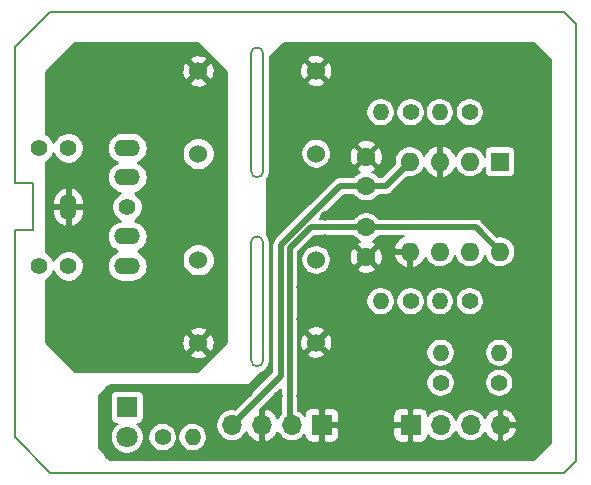
<source format=gbr>
G04 #@! TF.GenerationSoftware,KiCad,Pcbnew,(5.1.9)-1*
G04 #@! TF.CreationDate,2021-03-12T00:47:26-05:00*
G04 #@! TF.ProjectId,InputBuffer,496e7075-7442-4756-9666-65722e6b6963,rev?*
G04 #@! TF.SameCoordinates,Original*
G04 #@! TF.FileFunction,Copper,L2,Bot*
G04 #@! TF.FilePolarity,Positive*
%FSLAX46Y46*%
G04 Gerber Fmt 4.6, Leading zero omitted, Abs format (unit mm)*
G04 Created by KiCad (PCBNEW (5.1.9)-1) date 2021-03-12 00:47:26*
%MOMM*%
%LPD*%
G01*
G04 APERTURE LIST*
G04 #@! TA.AperFunction,Profile*
%ADD10C,0.150000*%
G04 #@! TD*
G04 #@! TA.AperFunction,ComponentPad*
%ADD11R,1.800000X1.800000*%
G04 #@! TD*
G04 #@! TA.AperFunction,ComponentPad*
%ADD12C,1.800000*%
G04 #@! TD*
G04 #@! TA.AperFunction,ComponentPad*
%ADD13C,1.400000*%
G04 #@! TD*
G04 #@! TA.AperFunction,ComponentPad*
%ADD14O,1.400000X1.400000*%
G04 #@! TD*
G04 #@! TA.AperFunction,ComponentPad*
%ADD15O,2.200000X1.400000*%
G04 #@! TD*
G04 #@! TA.AperFunction,WasherPad*
%ADD16C,1.400000*%
G04 #@! TD*
G04 #@! TA.AperFunction,ComponentPad*
%ADD17O,1.400000X2.200000*%
G04 #@! TD*
G04 #@! TA.AperFunction,ComponentPad*
%ADD18C,1.600000*%
G04 #@! TD*
G04 #@! TA.AperFunction,ComponentPad*
%ADD19O,1.600000X1.600000*%
G04 #@! TD*
G04 #@! TA.AperFunction,ComponentPad*
%ADD20R,1.600000X1.600000*%
G04 #@! TD*
G04 #@! TA.AperFunction,ComponentPad*
%ADD21O,1.700000X1.700000*%
G04 #@! TD*
G04 #@! TA.AperFunction,ComponentPad*
%ADD22R,1.700000X1.700000*%
G04 #@! TD*
G04 #@! TA.AperFunction,ComponentPad*
%ADD23C,1.524000*%
G04 #@! TD*
G04 #@! TA.AperFunction,ViaPad*
%ADD24C,0.800000*%
G04 #@! TD*
G04 #@! TA.AperFunction,Conductor*
%ADD25C,0.500000*%
G04 #@! TD*
G04 #@! TA.AperFunction,Conductor*
%ADD26C,0.254000*%
G04 #@! TD*
G04 #@! TA.AperFunction,Conductor*
%ADD27C,0.100000*%
G04 #@! TD*
G04 #@! TA.AperFunction,Conductor*
%ADD28C,0.200000*%
G04 #@! TD*
G04 APERTURE END LIST*
D10*
X78500000Y-46500000D02*
G75*
G02*
X79500000Y-46500000I500000J0D01*
G01*
X79500000Y-56500000D02*
G75*
G02*
X78500000Y-56500000I-500000J0D01*
G01*
X78500000Y-62500000D02*
G75*
G02*
X79500000Y-62500000I500000J0D01*
G01*
X79500000Y-72500000D02*
G75*
G02*
X78500000Y-72500000I-500000J0D01*
G01*
X78500000Y-62500000D02*
X78500000Y-72500000D01*
X79500000Y-72500000D02*
X79500000Y-62500000D01*
X79500000Y-56500000D02*
X79500000Y-46500000D01*
X78500000Y-46500000D02*
X78500000Y-56500000D01*
X105000000Y-43000000D02*
X106000000Y-44000000D01*
X106000000Y-81000000D02*
X105000000Y-82000000D01*
X58500000Y-57500000D02*
X58500000Y-46000000D01*
X60000000Y-57500000D02*
X58500000Y-57500000D01*
X60000000Y-61500000D02*
X60000000Y-57500000D01*
X58500000Y-61500000D02*
X60000000Y-61500000D01*
X58500000Y-79000000D02*
X58500000Y-61500000D01*
X61500000Y-82000000D02*
X58500000Y-79000000D01*
X105000000Y-82000000D02*
X61500000Y-82000000D01*
X106000000Y-44000000D02*
X106000000Y-81000000D01*
X61500000Y-43000000D02*
X105000000Y-43000000D01*
X58500000Y-46000000D02*
X61500000Y-43000000D01*
D11*
X68000000Y-76460000D03*
D12*
X68000000Y-79000000D03*
D13*
X94540000Y-74400000D03*
D14*
X94540000Y-71860000D03*
D13*
X99500000Y-74400000D03*
D14*
X99500000Y-71860000D03*
D13*
X71000000Y-79000000D03*
D14*
X73540000Y-79000000D03*
D13*
X92000000Y-67500000D03*
D14*
X89460000Y-67500000D03*
D13*
X92000000Y-51500000D03*
D14*
X89460000Y-51500000D03*
D13*
X97000000Y-67500000D03*
D14*
X94460000Y-67500000D03*
D13*
X97000000Y-51500000D03*
D14*
X94460000Y-51500000D03*
D15*
X68000000Y-57000000D03*
D16*
X63000000Y-54500000D03*
X60500000Y-54500000D03*
X60500000Y-64500000D03*
X63000000Y-64500000D03*
X68000000Y-59500000D03*
D15*
X68000000Y-62000000D03*
X68000000Y-54500000D03*
X68000000Y-64500000D03*
D17*
X63000000Y-59500000D03*
D18*
X88250000Y-55250000D03*
X88250000Y-57750000D03*
X88250000Y-61250000D03*
X88250000Y-63750000D03*
D19*
X99563500Y-63310000D03*
X91943500Y-55690000D03*
X97023500Y-63310000D03*
X94483500Y-55690000D03*
X94483500Y-63310000D03*
X97023500Y-55690000D03*
X91943500Y-63310000D03*
D20*
X99563500Y-55690000D03*
D21*
X99620000Y-78000000D03*
X97080000Y-78000000D03*
X94540000Y-78000000D03*
D22*
X92000000Y-78000000D03*
X84500000Y-78000000D03*
D21*
X81960000Y-78000000D03*
X79420000Y-78000000D03*
X76880000Y-78000000D03*
D23*
X74000000Y-48000000D03*
X74000000Y-55000000D03*
X84000000Y-48000000D03*
X84000000Y-55000000D03*
X84000000Y-71000000D03*
X84000000Y-64000000D03*
X74000000Y-71000000D03*
X74000000Y-64000000D03*
D24*
X72500000Y-72500000D03*
X72500000Y-46500000D03*
X62000000Y-48500000D03*
X64000000Y-46500000D03*
X64000000Y-72500000D03*
X62000000Y-70500000D03*
X62000000Y-61500000D03*
X62000000Y-57500000D03*
X68000000Y-72500000D03*
X68000000Y-46500000D03*
X75500000Y-57500000D03*
X75500000Y-61500000D03*
X75500000Y-49500000D03*
X75500000Y-69500000D03*
X80750000Y-75500000D03*
X78250000Y-75250000D03*
X80250000Y-62000000D03*
X80250000Y-57250000D03*
X84750000Y-60250000D03*
X84750000Y-62250000D03*
X82750000Y-66250000D03*
X82750000Y-69000000D03*
X82750000Y-75500000D03*
X88250000Y-59500000D03*
X96250000Y-75250000D03*
X97250000Y-72500000D03*
X79500000Y-80500000D03*
X73500000Y-80500000D03*
X73500000Y-77500000D03*
X66500000Y-75000000D03*
X66500000Y-80500000D03*
X69600000Y-77800000D03*
D25*
X97503500Y-61250000D02*
X88250000Y-61250000D01*
X99563500Y-63310000D02*
X97503500Y-61250000D01*
X81960000Y-78000000D02*
X81960000Y-77960000D01*
X81960000Y-77960000D02*
X81750000Y-77750000D01*
X81750000Y-77750000D02*
X81750000Y-63024979D01*
X83524979Y-61250000D02*
X88250000Y-61250000D01*
X81750000Y-63024979D02*
X83524979Y-61250000D01*
X91943500Y-55690000D02*
X89883500Y-57750000D01*
X89883500Y-57750000D02*
X88250000Y-57750000D01*
X76880000Y-78000000D02*
X81049990Y-73830010D01*
X86035016Y-57750000D02*
X88250000Y-57750000D01*
X81049990Y-62735026D02*
X86035016Y-57750000D01*
X81049990Y-73830010D02*
X81049990Y-62735026D01*
D26*
X76373000Y-48052606D02*
X76373000Y-70947394D01*
X73947394Y-73373000D01*
X63552606Y-73373000D01*
X62145171Y-71965565D01*
X73214040Y-71965565D01*
X73281020Y-72205656D01*
X73530048Y-72322756D01*
X73797135Y-72389023D01*
X74072017Y-72401910D01*
X74344133Y-72360922D01*
X74603023Y-72267636D01*
X74718980Y-72205656D01*
X74785960Y-71965565D01*
X74000000Y-71179605D01*
X73214040Y-71965565D01*
X62145171Y-71965565D01*
X61251623Y-71072017D01*
X72598090Y-71072017D01*
X72639078Y-71344133D01*
X72732364Y-71603023D01*
X72794344Y-71718980D01*
X73034435Y-71785960D01*
X73820395Y-71000000D01*
X74179605Y-71000000D01*
X74965565Y-71785960D01*
X75205656Y-71718980D01*
X75322756Y-71469952D01*
X75389023Y-71202865D01*
X75401910Y-70927983D01*
X75360922Y-70655867D01*
X75267636Y-70396977D01*
X75205656Y-70281020D01*
X74965565Y-70214040D01*
X74179605Y-71000000D01*
X73820395Y-71000000D01*
X73034435Y-70214040D01*
X72794344Y-70281020D01*
X72677244Y-70530048D01*
X72610977Y-70797135D01*
X72598090Y-71072017D01*
X61251623Y-71072017D01*
X61127000Y-70947394D01*
X61127000Y-70034435D01*
X73214040Y-70034435D01*
X74000000Y-70820395D01*
X74785960Y-70034435D01*
X74718980Y-69794344D01*
X74469952Y-69677244D01*
X74202865Y-69610977D01*
X73927983Y-69598090D01*
X73655867Y-69639078D01*
X73396977Y-69732364D01*
X73281020Y-69794344D01*
X73214040Y-70034435D01*
X61127000Y-70034435D01*
X61127000Y-65685281D01*
X61132359Y-65683061D01*
X61351013Y-65536962D01*
X61536962Y-65351013D01*
X61683061Y-65132359D01*
X61750000Y-64970754D01*
X61816939Y-65132359D01*
X61963038Y-65351013D01*
X62148987Y-65536962D01*
X62367641Y-65683061D01*
X62610595Y-65783696D01*
X62868514Y-65835000D01*
X63131486Y-65835000D01*
X63389405Y-65783696D01*
X63632359Y-65683061D01*
X63851013Y-65536962D01*
X64036962Y-65351013D01*
X64183061Y-65132359D01*
X64283696Y-64889405D01*
X64335000Y-64631486D01*
X64335000Y-64368514D01*
X64283696Y-64110595D01*
X64183061Y-63867641D01*
X64036962Y-63648987D01*
X63851013Y-63463038D01*
X63632359Y-63316939D01*
X63389405Y-63216304D01*
X63131486Y-63165000D01*
X62868514Y-63165000D01*
X62610595Y-63216304D01*
X62367641Y-63316939D01*
X62148987Y-63463038D01*
X61963038Y-63648987D01*
X61816939Y-63867641D01*
X61750000Y-64029246D01*
X61683061Y-63867641D01*
X61536962Y-63648987D01*
X61351013Y-63463038D01*
X61132359Y-63316939D01*
X61127000Y-63314719D01*
X61127000Y-59627000D01*
X61665000Y-59627000D01*
X61665000Y-60027000D01*
X61715428Y-60285005D01*
X61815221Y-60528215D01*
X61960545Y-60747283D01*
X62145815Y-60933790D01*
X62363910Y-61080569D01*
X62606450Y-61181980D01*
X62666671Y-61192716D01*
X62873000Y-61069374D01*
X62873000Y-59627000D01*
X63127000Y-59627000D01*
X63127000Y-61069374D01*
X63333329Y-61192716D01*
X63393550Y-61181980D01*
X63636090Y-61080569D01*
X63854185Y-60933790D01*
X64039455Y-60747283D01*
X64184779Y-60528215D01*
X64284572Y-60285005D01*
X64335000Y-60027000D01*
X64335000Y-59627000D01*
X63127000Y-59627000D01*
X62873000Y-59627000D01*
X61665000Y-59627000D01*
X61127000Y-59627000D01*
X61127000Y-58973000D01*
X61665000Y-58973000D01*
X61665000Y-59373000D01*
X62873000Y-59373000D01*
X62873000Y-57930626D01*
X63127000Y-57930626D01*
X63127000Y-59373000D01*
X64335000Y-59373000D01*
X64335000Y-58973000D01*
X64284572Y-58714995D01*
X64184779Y-58471785D01*
X64039455Y-58252717D01*
X63854185Y-58066210D01*
X63636090Y-57919431D01*
X63393550Y-57818020D01*
X63333329Y-57807284D01*
X63127000Y-57930626D01*
X62873000Y-57930626D01*
X62666671Y-57807284D01*
X62606450Y-57818020D01*
X62363910Y-57919431D01*
X62145815Y-58066210D01*
X61960545Y-58252717D01*
X61815221Y-58471785D01*
X61715428Y-58714995D01*
X61665000Y-58973000D01*
X61127000Y-58973000D01*
X61127000Y-55685281D01*
X61132359Y-55683061D01*
X61351013Y-55536962D01*
X61536962Y-55351013D01*
X61683061Y-55132359D01*
X61750000Y-54970754D01*
X61816939Y-55132359D01*
X61963038Y-55351013D01*
X62148987Y-55536962D01*
X62367641Y-55683061D01*
X62610595Y-55783696D01*
X62868514Y-55835000D01*
X63131486Y-55835000D01*
X63389405Y-55783696D01*
X63632359Y-55683061D01*
X63851013Y-55536962D01*
X64036962Y-55351013D01*
X64183061Y-55132359D01*
X64283696Y-54889405D01*
X64335000Y-54631486D01*
X64335000Y-54500000D01*
X66258541Y-54500000D01*
X66284317Y-54761706D01*
X66360653Y-55013354D01*
X66484618Y-55245275D01*
X66651445Y-55448555D01*
X66854725Y-55615382D01*
X67086646Y-55739347D01*
X67121765Y-55750000D01*
X67086646Y-55760653D01*
X66854725Y-55884618D01*
X66651445Y-56051445D01*
X66484618Y-56254725D01*
X66360653Y-56486646D01*
X66284317Y-56738294D01*
X66258541Y-57000000D01*
X66284317Y-57261706D01*
X66360653Y-57513354D01*
X66484618Y-57745275D01*
X66651445Y-57948555D01*
X66854725Y-58115382D01*
X67086646Y-58239347D01*
X67338294Y-58315683D01*
X67365509Y-58318363D01*
X67148987Y-58463038D01*
X66963038Y-58648987D01*
X66816939Y-58867641D01*
X66716304Y-59110595D01*
X66665000Y-59368514D01*
X66665000Y-59631486D01*
X66716304Y-59889405D01*
X66816939Y-60132359D01*
X66963038Y-60351013D01*
X67148987Y-60536962D01*
X67365509Y-60681637D01*
X67338294Y-60684317D01*
X67086646Y-60760653D01*
X66854725Y-60884618D01*
X66651445Y-61051445D01*
X66484618Y-61254725D01*
X66360653Y-61486646D01*
X66284317Y-61738294D01*
X66258541Y-62000000D01*
X66284317Y-62261706D01*
X66360653Y-62513354D01*
X66484618Y-62745275D01*
X66651445Y-62948555D01*
X66854725Y-63115382D01*
X67086646Y-63239347D01*
X67121765Y-63250000D01*
X67086646Y-63260653D01*
X66854725Y-63384618D01*
X66651445Y-63551445D01*
X66484618Y-63754725D01*
X66360653Y-63986646D01*
X66284317Y-64238294D01*
X66258541Y-64500000D01*
X66284317Y-64761706D01*
X66360653Y-65013354D01*
X66484618Y-65245275D01*
X66651445Y-65448555D01*
X66854725Y-65615382D01*
X67086646Y-65739347D01*
X67338294Y-65815683D01*
X67534421Y-65835000D01*
X68465579Y-65835000D01*
X68661706Y-65815683D01*
X68913354Y-65739347D01*
X69145275Y-65615382D01*
X69348555Y-65448555D01*
X69515382Y-65245275D01*
X69639347Y-65013354D01*
X69715683Y-64761706D01*
X69741459Y-64500000D01*
X69715683Y-64238294D01*
X69639347Y-63986646D01*
X69572941Y-63862408D01*
X72603000Y-63862408D01*
X72603000Y-64137592D01*
X72656686Y-64407490D01*
X72761995Y-64661727D01*
X72914880Y-64890535D01*
X73109465Y-65085120D01*
X73338273Y-65238005D01*
X73592510Y-65343314D01*
X73862408Y-65397000D01*
X74137592Y-65397000D01*
X74407490Y-65343314D01*
X74661727Y-65238005D01*
X74890535Y-65085120D01*
X75085120Y-64890535D01*
X75238005Y-64661727D01*
X75343314Y-64407490D01*
X75397000Y-64137592D01*
X75397000Y-63862408D01*
X75343314Y-63592510D01*
X75238005Y-63338273D01*
X75085120Y-63109465D01*
X74890535Y-62914880D01*
X74661727Y-62761995D01*
X74407490Y-62656686D01*
X74137592Y-62603000D01*
X73862408Y-62603000D01*
X73592510Y-62656686D01*
X73338273Y-62761995D01*
X73109465Y-62914880D01*
X72914880Y-63109465D01*
X72761995Y-63338273D01*
X72656686Y-63592510D01*
X72603000Y-63862408D01*
X69572941Y-63862408D01*
X69515382Y-63754725D01*
X69348555Y-63551445D01*
X69145275Y-63384618D01*
X68913354Y-63260653D01*
X68878235Y-63250000D01*
X68913354Y-63239347D01*
X69145275Y-63115382D01*
X69348555Y-62948555D01*
X69515382Y-62745275D01*
X69639347Y-62513354D01*
X69715683Y-62261706D01*
X69741459Y-62000000D01*
X69715683Y-61738294D01*
X69639347Y-61486646D01*
X69515382Y-61254725D01*
X69348555Y-61051445D01*
X69145275Y-60884618D01*
X68913354Y-60760653D01*
X68661706Y-60684317D01*
X68634491Y-60681637D01*
X68851013Y-60536962D01*
X69036962Y-60351013D01*
X69183061Y-60132359D01*
X69283696Y-59889405D01*
X69335000Y-59631486D01*
X69335000Y-59368514D01*
X69283696Y-59110595D01*
X69183061Y-58867641D01*
X69036962Y-58648987D01*
X68851013Y-58463038D01*
X68634491Y-58318363D01*
X68661706Y-58315683D01*
X68913354Y-58239347D01*
X69145275Y-58115382D01*
X69348555Y-57948555D01*
X69515382Y-57745275D01*
X69639347Y-57513354D01*
X69715683Y-57261706D01*
X69741459Y-57000000D01*
X69715683Y-56738294D01*
X69639347Y-56486646D01*
X69515382Y-56254725D01*
X69348555Y-56051445D01*
X69145275Y-55884618D01*
X68913354Y-55760653D01*
X68878235Y-55750000D01*
X68913354Y-55739347D01*
X69145275Y-55615382D01*
X69348555Y-55448555D01*
X69515382Y-55245275D01*
X69639347Y-55013354D01*
X69685135Y-54862408D01*
X72603000Y-54862408D01*
X72603000Y-55137592D01*
X72656686Y-55407490D01*
X72761995Y-55661727D01*
X72914880Y-55890535D01*
X73109465Y-56085120D01*
X73338273Y-56238005D01*
X73592510Y-56343314D01*
X73862408Y-56397000D01*
X74137592Y-56397000D01*
X74407490Y-56343314D01*
X74661727Y-56238005D01*
X74890535Y-56085120D01*
X75085120Y-55890535D01*
X75238005Y-55661727D01*
X75343314Y-55407490D01*
X75397000Y-55137592D01*
X75397000Y-54862408D01*
X75343314Y-54592510D01*
X75238005Y-54338273D01*
X75085120Y-54109465D01*
X74890535Y-53914880D01*
X74661727Y-53761995D01*
X74407490Y-53656686D01*
X74137592Y-53603000D01*
X73862408Y-53603000D01*
X73592510Y-53656686D01*
X73338273Y-53761995D01*
X73109465Y-53914880D01*
X72914880Y-54109465D01*
X72761995Y-54338273D01*
X72656686Y-54592510D01*
X72603000Y-54862408D01*
X69685135Y-54862408D01*
X69715683Y-54761706D01*
X69741459Y-54500000D01*
X69715683Y-54238294D01*
X69639347Y-53986646D01*
X69515382Y-53754725D01*
X69348555Y-53551445D01*
X69145275Y-53384618D01*
X68913354Y-53260653D01*
X68661706Y-53184317D01*
X68465579Y-53165000D01*
X67534421Y-53165000D01*
X67338294Y-53184317D01*
X67086646Y-53260653D01*
X66854725Y-53384618D01*
X66651445Y-53551445D01*
X66484618Y-53754725D01*
X66360653Y-53986646D01*
X66284317Y-54238294D01*
X66258541Y-54500000D01*
X64335000Y-54500000D01*
X64335000Y-54368514D01*
X64283696Y-54110595D01*
X64183061Y-53867641D01*
X64036962Y-53648987D01*
X63851013Y-53463038D01*
X63632359Y-53316939D01*
X63389405Y-53216304D01*
X63131486Y-53165000D01*
X62868514Y-53165000D01*
X62610595Y-53216304D01*
X62367641Y-53316939D01*
X62148987Y-53463038D01*
X61963038Y-53648987D01*
X61816939Y-53867641D01*
X61750000Y-54029246D01*
X61683061Y-53867641D01*
X61536962Y-53648987D01*
X61351013Y-53463038D01*
X61132359Y-53316939D01*
X61127000Y-53314719D01*
X61127000Y-48965565D01*
X73214040Y-48965565D01*
X73281020Y-49205656D01*
X73530048Y-49322756D01*
X73797135Y-49389023D01*
X74072017Y-49401910D01*
X74344133Y-49360922D01*
X74603023Y-49267636D01*
X74718980Y-49205656D01*
X74785960Y-48965565D01*
X74000000Y-48179605D01*
X73214040Y-48965565D01*
X61127000Y-48965565D01*
X61127000Y-48072017D01*
X72598090Y-48072017D01*
X72639078Y-48344133D01*
X72732364Y-48603023D01*
X72794344Y-48718980D01*
X73034435Y-48785960D01*
X73820395Y-48000000D01*
X74179605Y-48000000D01*
X74965565Y-48785960D01*
X75205656Y-48718980D01*
X75322756Y-48469952D01*
X75389023Y-48202865D01*
X75401910Y-47927983D01*
X75360922Y-47655867D01*
X75267636Y-47396977D01*
X75205656Y-47281020D01*
X74965565Y-47214040D01*
X74179605Y-48000000D01*
X73820395Y-48000000D01*
X73034435Y-47214040D01*
X72794344Y-47281020D01*
X72677244Y-47530048D01*
X72610977Y-47797135D01*
X72598090Y-48072017D01*
X61127000Y-48072017D01*
X61127000Y-48052606D01*
X62145171Y-47034435D01*
X73214040Y-47034435D01*
X74000000Y-47820395D01*
X74785960Y-47034435D01*
X74718980Y-46794344D01*
X74469952Y-46677244D01*
X74202865Y-46610977D01*
X73927983Y-46598090D01*
X73655867Y-46639078D01*
X73396977Y-46732364D01*
X73281020Y-46794344D01*
X73214040Y-47034435D01*
X62145171Y-47034435D01*
X63552606Y-45627000D01*
X73947394Y-45627000D01*
X76373000Y-48052606D01*
G04 #@! TA.AperFunction,Conductor*
D27*
G36*
X76373000Y-48052606D02*
G01*
X76373000Y-70947394D01*
X73947394Y-73373000D01*
X63552606Y-73373000D01*
X62145171Y-71965565D01*
X73214040Y-71965565D01*
X73281020Y-72205656D01*
X73530048Y-72322756D01*
X73797135Y-72389023D01*
X74072017Y-72401910D01*
X74344133Y-72360922D01*
X74603023Y-72267636D01*
X74718980Y-72205656D01*
X74785960Y-71965565D01*
X74000000Y-71179605D01*
X73214040Y-71965565D01*
X62145171Y-71965565D01*
X61251623Y-71072017D01*
X72598090Y-71072017D01*
X72639078Y-71344133D01*
X72732364Y-71603023D01*
X72794344Y-71718980D01*
X73034435Y-71785960D01*
X73820395Y-71000000D01*
X74179605Y-71000000D01*
X74965565Y-71785960D01*
X75205656Y-71718980D01*
X75322756Y-71469952D01*
X75389023Y-71202865D01*
X75401910Y-70927983D01*
X75360922Y-70655867D01*
X75267636Y-70396977D01*
X75205656Y-70281020D01*
X74965565Y-70214040D01*
X74179605Y-71000000D01*
X73820395Y-71000000D01*
X73034435Y-70214040D01*
X72794344Y-70281020D01*
X72677244Y-70530048D01*
X72610977Y-70797135D01*
X72598090Y-71072017D01*
X61251623Y-71072017D01*
X61127000Y-70947394D01*
X61127000Y-70034435D01*
X73214040Y-70034435D01*
X74000000Y-70820395D01*
X74785960Y-70034435D01*
X74718980Y-69794344D01*
X74469952Y-69677244D01*
X74202865Y-69610977D01*
X73927983Y-69598090D01*
X73655867Y-69639078D01*
X73396977Y-69732364D01*
X73281020Y-69794344D01*
X73214040Y-70034435D01*
X61127000Y-70034435D01*
X61127000Y-65685281D01*
X61132359Y-65683061D01*
X61351013Y-65536962D01*
X61536962Y-65351013D01*
X61683061Y-65132359D01*
X61750000Y-64970754D01*
X61816939Y-65132359D01*
X61963038Y-65351013D01*
X62148987Y-65536962D01*
X62367641Y-65683061D01*
X62610595Y-65783696D01*
X62868514Y-65835000D01*
X63131486Y-65835000D01*
X63389405Y-65783696D01*
X63632359Y-65683061D01*
X63851013Y-65536962D01*
X64036962Y-65351013D01*
X64183061Y-65132359D01*
X64283696Y-64889405D01*
X64335000Y-64631486D01*
X64335000Y-64368514D01*
X64283696Y-64110595D01*
X64183061Y-63867641D01*
X64036962Y-63648987D01*
X63851013Y-63463038D01*
X63632359Y-63316939D01*
X63389405Y-63216304D01*
X63131486Y-63165000D01*
X62868514Y-63165000D01*
X62610595Y-63216304D01*
X62367641Y-63316939D01*
X62148987Y-63463038D01*
X61963038Y-63648987D01*
X61816939Y-63867641D01*
X61750000Y-64029246D01*
X61683061Y-63867641D01*
X61536962Y-63648987D01*
X61351013Y-63463038D01*
X61132359Y-63316939D01*
X61127000Y-63314719D01*
X61127000Y-59627000D01*
X61665000Y-59627000D01*
X61665000Y-60027000D01*
X61715428Y-60285005D01*
X61815221Y-60528215D01*
X61960545Y-60747283D01*
X62145815Y-60933790D01*
X62363910Y-61080569D01*
X62606450Y-61181980D01*
X62666671Y-61192716D01*
X62873000Y-61069374D01*
X62873000Y-59627000D01*
X63127000Y-59627000D01*
X63127000Y-61069374D01*
X63333329Y-61192716D01*
X63393550Y-61181980D01*
X63636090Y-61080569D01*
X63854185Y-60933790D01*
X64039455Y-60747283D01*
X64184779Y-60528215D01*
X64284572Y-60285005D01*
X64335000Y-60027000D01*
X64335000Y-59627000D01*
X63127000Y-59627000D01*
X62873000Y-59627000D01*
X61665000Y-59627000D01*
X61127000Y-59627000D01*
X61127000Y-58973000D01*
X61665000Y-58973000D01*
X61665000Y-59373000D01*
X62873000Y-59373000D01*
X62873000Y-57930626D01*
X63127000Y-57930626D01*
X63127000Y-59373000D01*
X64335000Y-59373000D01*
X64335000Y-58973000D01*
X64284572Y-58714995D01*
X64184779Y-58471785D01*
X64039455Y-58252717D01*
X63854185Y-58066210D01*
X63636090Y-57919431D01*
X63393550Y-57818020D01*
X63333329Y-57807284D01*
X63127000Y-57930626D01*
X62873000Y-57930626D01*
X62666671Y-57807284D01*
X62606450Y-57818020D01*
X62363910Y-57919431D01*
X62145815Y-58066210D01*
X61960545Y-58252717D01*
X61815221Y-58471785D01*
X61715428Y-58714995D01*
X61665000Y-58973000D01*
X61127000Y-58973000D01*
X61127000Y-55685281D01*
X61132359Y-55683061D01*
X61351013Y-55536962D01*
X61536962Y-55351013D01*
X61683061Y-55132359D01*
X61750000Y-54970754D01*
X61816939Y-55132359D01*
X61963038Y-55351013D01*
X62148987Y-55536962D01*
X62367641Y-55683061D01*
X62610595Y-55783696D01*
X62868514Y-55835000D01*
X63131486Y-55835000D01*
X63389405Y-55783696D01*
X63632359Y-55683061D01*
X63851013Y-55536962D01*
X64036962Y-55351013D01*
X64183061Y-55132359D01*
X64283696Y-54889405D01*
X64335000Y-54631486D01*
X64335000Y-54500000D01*
X66258541Y-54500000D01*
X66284317Y-54761706D01*
X66360653Y-55013354D01*
X66484618Y-55245275D01*
X66651445Y-55448555D01*
X66854725Y-55615382D01*
X67086646Y-55739347D01*
X67121765Y-55750000D01*
X67086646Y-55760653D01*
X66854725Y-55884618D01*
X66651445Y-56051445D01*
X66484618Y-56254725D01*
X66360653Y-56486646D01*
X66284317Y-56738294D01*
X66258541Y-57000000D01*
X66284317Y-57261706D01*
X66360653Y-57513354D01*
X66484618Y-57745275D01*
X66651445Y-57948555D01*
X66854725Y-58115382D01*
X67086646Y-58239347D01*
X67338294Y-58315683D01*
X67365509Y-58318363D01*
X67148987Y-58463038D01*
X66963038Y-58648987D01*
X66816939Y-58867641D01*
X66716304Y-59110595D01*
X66665000Y-59368514D01*
X66665000Y-59631486D01*
X66716304Y-59889405D01*
X66816939Y-60132359D01*
X66963038Y-60351013D01*
X67148987Y-60536962D01*
X67365509Y-60681637D01*
X67338294Y-60684317D01*
X67086646Y-60760653D01*
X66854725Y-60884618D01*
X66651445Y-61051445D01*
X66484618Y-61254725D01*
X66360653Y-61486646D01*
X66284317Y-61738294D01*
X66258541Y-62000000D01*
X66284317Y-62261706D01*
X66360653Y-62513354D01*
X66484618Y-62745275D01*
X66651445Y-62948555D01*
X66854725Y-63115382D01*
X67086646Y-63239347D01*
X67121765Y-63250000D01*
X67086646Y-63260653D01*
X66854725Y-63384618D01*
X66651445Y-63551445D01*
X66484618Y-63754725D01*
X66360653Y-63986646D01*
X66284317Y-64238294D01*
X66258541Y-64500000D01*
X66284317Y-64761706D01*
X66360653Y-65013354D01*
X66484618Y-65245275D01*
X66651445Y-65448555D01*
X66854725Y-65615382D01*
X67086646Y-65739347D01*
X67338294Y-65815683D01*
X67534421Y-65835000D01*
X68465579Y-65835000D01*
X68661706Y-65815683D01*
X68913354Y-65739347D01*
X69145275Y-65615382D01*
X69348555Y-65448555D01*
X69515382Y-65245275D01*
X69639347Y-65013354D01*
X69715683Y-64761706D01*
X69741459Y-64500000D01*
X69715683Y-64238294D01*
X69639347Y-63986646D01*
X69572941Y-63862408D01*
X72603000Y-63862408D01*
X72603000Y-64137592D01*
X72656686Y-64407490D01*
X72761995Y-64661727D01*
X72914880Y-64890535D01*
X73109465Y-65085120D01*
X73338273Y-65238005D01*
X73592510Y-65343314D01*
X73862408Y-65397000D01*
X74137592Y-65397000D01*
X74407490Y-65343314D01*
X74661727Y-65238005D01*
X74890535Y-65085120D01*
X75085120Y-64890535D01*
X75238005Y-64661727D01*
X75343314Y-64407490D01*
X75397000Y-64137592D01*
X75397000Y-63862408D01*
X75343314Y-63592510D01*
X75238005Y-63338273D01*
X75085120Y-63109465D01*
X74890535Y-62914880D01*
X74661727Y-62761995D01*
X74407490Y-62656686D01*
X74137592Y-62603000D01*
X73862408Y-62603000D01*
X73592510Y-62656686D01*
X73338273Y-62761995D01*
X73109465Y-62914880D01*
X72914880Y-63109465D01*
X72761995Y-63338273D01*
X72656686Y-63592510D01*
X72603000Y-63862408D01*
X69572941Y-63862408D01*
X69515382Y-63754725D01*
X69348555Y-63551445D01*
X69145275Y-63384618D01*
X68913354Y-63260653D01*
X68878235Y-63250000D01*
X68913354Y-63239347D01*
X69145275Y-63115382D01*
X69348555Y-62948555D01*
X69515382Y-62745275D01*
X69639347Y-62513354D01*
X69715683Y-62261706D01*
X69741459Y-62000000D01*
X69715683Y-61738294D01*
X69639347Y-61486646D01*
X69515382Y-61254725D01*
X69348555Y-61051445D01*
X69145275Y-60884618D01*
X68913354Y-60760653D01*
X68661706Y-60684317D01*
X68634491Y-60681637D01*
X68851013Y-60536962D01*
X69036962Y-60351013D01*
X69183061Y-60132359D01*
X69283696Y-59889405D01*
X69335000Y-59631486D01*
X69335000Y-59368514D01*
X69283696Y-59110595D01*
X69183061Y-58867641D01*
X69036962Y-58648987D01*
X68851013Y-58463038D01*
X68634491Y-58318363D01*
X68661706Y-58315683D01*
X68913354Y-58239347D01*
X69145275Y-58115382D01*
X69348555Y-57948555D01*
X69515382Y-57745275D01*
X69639347Y-57513354D01*
X69715683Y-57261706D01*
X69741459Y-57000000D01*
X69715683Y-56738294D01*
X69639347Y-56486646D01*
X69515382Y-56254725D01*
X69348555Y-56051445D01*
X69145275Y-55884618D01*
X68913354Y-55760653D01*
X68878235Y-55750000D01*
X68913354Y-55739347D01*
X69145275Y-55615382D01*
X69348555Y-55448555D01*
X69515382Y-55245275D01*
X69639347Y-55013354D01*
X69685135Y-54862408D01*
X72603000Y-54862408D01*
X72603000Y-55137592D01*
X72656686Y-55407490D01*
X72761995Y-55661727D01*
X72914880Y-55890535D01*
X73109465Y-56085120D01*
X73338273Y-56238005D01*
X73592510Y-56343314D01*
X73862408Y-56397000D01*
X74137592Y-56397000D01*
X74407490Y-56343314D01*
X74661727Y-56238005D01*
X74890535Y-56085120D01*
X75085120Y-55890535D01*
X75238005Y-55661727D01*
X75343314Y-55407490D01*
X75397000Y-55137592D01*
X75397000Y-54862408D01*
X75343314Y-54592510D01*
X75238005Y-54338273D01*
X75085120Y-54109465D01*
X74890535Y-53914880D01*
X74661727Y-53761995D01*
X74407490Y-53656686D01*
X74137592Y-53603000D01*
X73862408Y-53603000D01*
X73592510Y-53656686D01*
X73338273Y-53761995D01*
X73109465Y-53914880D01*
X72914880Y-54109465D01*
X72761995Y-54338273D01*
X72656686Y-54592510D01*
X72603000Y-54862408D01*
X69685135Y-54862408D01*
X69715683Y-54761706D01*
X69741459Y-54500000D01*
X69715683Y-54238294D01*
X69639347Y-53986646D01*
X69515382Y-53754725D01*
X69348555Y-53551445D01*
X69145275Y-53384618D01*
X68913354Y-53260653D01*
X68661706Y-53184317D01*
X68465579Y-53165000D01*
X67534421Y-53165000D01*
X67338294Y-53184317D01*
X67086646Y-53260653D01*
X66854725Y-53384618D01*
X66651445Y-53551445D01*
X66484618Y-53754725D01*
X66360653Y-53986646D01*
X66284317Y-54238294D01*
X66258541Y-54500000D01*
X64335000Y-54500000D01*
X64335000Y-54368514D01*
X64283696Y-54110595D01*
X64183061Y-53867641D01*
X64036962Y-53648987D01*
X63851013Y-53463038D01*
X63632359Y-53316939D01*
X63389405Y-53216304D01*
X63131486Y-53165000D01*
X62868514Y-53165000D01*
X62610595Y-53216304D01*
X62367641Y-53316939D01*
X62148987Y-53463038D01*
X61963038Y-53648987D01*
X61816939Y-53867641D01*
X61750000Y-54029246D01*
X61683061Y-53867641D01*
X61536962Y-53648987D01*
X61351013Y-53463038D01*
X61132359Y-53316939D01*
X61127000Y-53314719D01*
X61127000Y-48965565D01*
X73214040Y-48965565D01*
X73281020Y-49205656D01*
X73530048Y-49322756D01*
X73797135Y-49389023D01*
X74072017Y-49401910D01*
X74344133Y-49360922D01*
X74603023Y-49267636D01*
X74718980Y-49205656D01*
X74785960Y-48965565D01*
X74000000Y-48179605D01*
X73214040Y-48965565D01*
X61127000Y-48965565D01*
X61127000Y-48072017D01*
X72598090Y-48072017D01*
X72639078Y-48344133D01*
X72732364Y-48603023D01*
X72794344Y-48718980D01*
X73034435Y-48785960D01*
X73820395Y-48000000D01*
X74179605Y-48000000D01*
X74965565Y-48785960D01*
X75205656Y-48718980D01*
X75322756Y-48469952D01*
X75389023Y-48202865D01*
X75401910Y-47927983D01*
X75360922Y-47655867D01*
X75267636Y-47396977D01*
X75205656Y-47281020D01*
X74965565Y-47214040D01*
X74179605Y-48000000D01*
X73820395Y-48000000D01*
X73034435Y-47214040D01*
X72794344Y-47281020D01*
X72677244Y-47530048D01*
X72610977Y-47797135D01*
X72598090Y-48072017D01*
X61127000Y-48072017D01*
X61127000Y-48052606D01*
X62145171Y-47034435D01*
X73214040Y-47034435D01*
X74000000Y-47820395D01*
X74785960Y-47034435D01*
X74718980Y-46794344D01*
X74469952Y-46677244D01*
X74202865Y-46610977D01*
X73927983Y-46598090D01*
X73655867Y-46639078D01*
X73396977Y-46732364D01*
X73281020Y-46794344D01*
X73214040Y-47034435D01*
X62145171Y-47034435D01*
X63552606Y-45627000D01*
X73947394Y-45627000D01*
X76373000Y-48052606D01*
G37*
G04 #@! TD.AperFunction*
D28*
X103900000Y-47041422D02*
X103900000Y-79458578D01*
X102458578Y-80900000D01*
X66541422Y-80900000D01*
X65600000Y-79958578D01*
X65600000Y-75560000D01*
X66597581Y-75560000D01*
X66597581Y-77360000D01*
X66607235Y-77458017D01*
X66635825Y-77552267D01*
X66682254Y-77639129D01*
X66744736Y-77715264D01*
X66820871Y-77777746D01*
X66907733Y-77824175D01*
X67001983Y-77852765D01*
X67100000Y-77862419D01*
X67182577Y-77862419D01*
X67107552Y-77912549D01*
X66912549Y-78107552D01*
X66759336Y-78336851D01*
X66653801Y-78591635D01*
X66600000Y-78862112D01*
X66600000Y-79137888D01*
X66653801Y-79408365D01*
X66759336Y-79663149D01*
X66912549Y-79892448D01*
X67107552Y-80087451D01*
X67336851Y-80240664D01*
X67591635Y-80346199D01*
X67862112Y-80400000D01*
X68137888Y-80400000D01*
X68408365Y-80346199D01*
X68663149Y-80240664D01*
X68892448Y-80087451D01*
X69087451Y-79892448D01*
X69240664Y-79663149D01*
X69346199Y-79408365D01*
X69400000Y-79137888D01*
X69400000Y-78881810D01*
X69800000Y-78881810D01*
X69800000Y-79118190D01*
X69846116Y-79350027D01*
X69936574Y-79568413D01*
X70067899Y-79764955D01*
X70235045Y-79932101D01*
X70431587Y-80063426D01*
X70649973Y-80153884D01*
X70881810Y-80200000D01*
X71118190Y-80200000D01*
X71350027Y-80153884D01*
X71568413Y-80063426D01*
X71764955Y-79932101D01*
X71932101Y-79764955D01*
X72063426Y-79568413D01*
X72153884Y-79350027D01*
X72200000Y-79118190D01*
X72200000Y-78881810D01*
X72340000Y-78881810D01*
X72340000Y-79118190D01*
X72386116Y-79350027D01*
X72476574Y-79568413D01*
X72607899Y-79764955D01*
X72775045Y-79932101D01*
X72971587Y-80063426D01*
X73189973Y-80153884D01*
X73421810Y-80200000D01*
X73658190Y-80200000D01*
X73890027Y-80153884D01*
X74108413Y-80063426D01*
X74304955Y-79932101D01*
X74472101Y-79764955D01*
X74603426Y-79568413D01*
X74693884Y-79350027D01*
X74740000Y-79118190D01*
X74740000Y-78881810D01*
X74693884Y-78649973D01*
X74603426Y-78431587D01*
X74472101Y-78235045D01*
X74304955Y-78067899D01*
X74108413Y-77936574D01*
X73940536Y-77867037D01*
X75530000Y-77867037D01*
X75530000Y-78132963D01*
X75581880Y-78393780D01*
X75683646Y-78639465D01*
X75831387Y-78860575D01*
X76019425Y-79048613D01*
X76240535Y-79196354D01*
X76486220Y-79298120D01*
X76747037Y-79350000D01*
X77012963Y-79350000D01*
X77273780Y-79298120D01*
X77519465Y-79196354D01*
X77740575Y-79048613D01*
X77928613Y-78860575D01*
X78076354Y-78639465D01*
X78094207Y-78596363D01*
X78113065Y-78646300D01*
X78264264Y-78888852D01*
X78459878Y-79097246D01*
X78692389Y-79263473D01*
X78952861Y-79381146D01*
X79041090Y-79407903D01*
X79266000Y-79296889D01*
X79266000Y-78154000D01*
X79246000Y-78154000D01*
X79246000Y-77846000D01*
X79266000Y-77846000D01*
X79266000Y-76703111D01*
X79246951Y-76693709D01*
X81000000Y-74940661D01*
X81000000Y-77050812D01*
X80911387Y-77139425D01*
X80763646Y-77360535D01*
X80745793Y-77403637D01*
X80726935Y-77353700D01*
X80575736Y-77111148D01*
X80380122Y-76902754D01*
X80147611Y-76736527D01*
X79887139Y-76618854D01*
X79798910Y-76592097D01*
X79574000Y-76703111D01*
X79574000Y-77846000D01*
X79594000Y-77846000D01*
X79594000Y-78154000D01*
X79574000Y-78154000D01*
X79574000Y-79296889D01*
X79798910Y-79407903D01*
X79887139Y-79381146D01*
X80147611Y-79263473D01*
X80380122Y-79097246D01*
X80575736Y-78888852D01*
X80726935Y-78646300D01*
X80745793Y-78596363D01*
X80763646Y-78639465D01*
X80911387Y-78860575D01*
X81099425Y-79048613D01*
X81320535Y-79196354D01*
X81566220Y-79298120D01*
X81827037Y-79350000D01*
X82092963Y-79350000D01*
X82353780Y-79298120D01*
X82599465Y-79196354D01*
X82820575Y-79048613D01*
X83008613Y-78860575D01*
X83039249Y-78814725D01*
X83039058Y-78850000D01*
X83050797Y-78969189D01*
X83085563Y-79083797D01*
X83142020Y-79189421D01*
X83217999Y-79282001D01*
X83310579Y-79357980D01*
X83416203Y-79414437D01*
X83530811Y-79449203D01*
X83650000Y-79460942D01*
X84194000Y-79458000D01*
X84346000Y-79306000D01*
X84346000Y-78154000D01*
X84654000Y-78154000D01*
X84654000Y-79306000D01*
X84806000Y-79458000D01*
X85350000Y-79460942D01*
X85469189Y-79449203D01*
X85583797Y-79414437D01*
X85689421Y-79357980D01*
X85782001Y-79282001D01*
X85857980Y-79189421D01*
X85914437Y-79083797D01*
X85949203Y-78969189D01*
X85960942Y-78850000D01*
X90539058Y-78850000D01*
X90550797Y-78969189D01*
X90585563Y-79083797D01*
X90642020Y-79189421D01*
X90717999Y-79282001D01*
X90810579Y-79357980D01*
X90916203Y-79414437D01*
X91030811Y-79449203D01*
X91150000Y-79460942D01*
X91694000Y-79458000D01*
X91846000Y-79306000D01*
X91846000Y-78154000D01*
X90694000Y-78154000D01*
X90542000Y-78306000D01*
X90539058Y-78850000D01*
X85960942Y-78850000D01*
X85958000Y-78306000D01*
X85806000Y-78154000D01*
X84654000Y-78154000D01*
X84346000Y-78154000D01*
X84326000Y-78154000D01*
X84326000Y-77846000D01*
X84346000Y-77846000D01*
X84346000Y-76694000D01*
X84654000Y-76694000D01*
X84654000Y-77846000D01*
X85806000Y-77846000D01*
X85958000Y-77694000D01*
X85960942Y-77150000D01*
X90539058Y-77150000D01*
X90542000Y-77694000D01*
X90694000Y-77846000D01*
X91846000Y-77846000D01*
X91846000Y-76694000D01*
X92154000Y-76694000D01*
X92154000Y-77846000D01*
X92174000Y-77846000D01*
X92174000Y-78154000D01*
X92154000Y-78154000D01*
X92154000Y-79306000D01*
X92306000Y-79458000D01*
X92850000Y-79460942D01*
X92969189Y-79449203D01*
X93083797Y-79414437D01*
X93189421Y-79357980D01*
X93282001Y-79282001D01*
X93357980Y-79189421D01*
X93414437Y-79083797D01*
X93449203Y-78969189D01*
X93460942Y-78850000D01*
X93460751Y-78814725D01*
X93491387Y-78860575D01*
X93679425Y-79048613D01*
X93900535Y-79196354D01*
X94146220Y-79298120D01*
X94407037Y-79350000D01*
X94672963Y-79350000D01*
X94933780Y-79298120D01*
X95179465Y-79196354D01*
X95400575Y-79048613D01*
X95588613Y-78860575D01*
X95736354Y-78639465D01*
X95810000Y-78461668D01*
X95883646Y-78639465D01*
X96031387Y-78860575D01*
X96219425Y-79048613D01*
X96440535Y-79196354D01*
X96686220Y-79298120D01*
X96947037Y-79350000D01*
X97212963Y-79350000D01*
X97473780Y-79298120D01*
X97719465Y-79196354D01*
X97940575Y-79048613D01*
X98128613Y-78860575D01*
X98276354Y-78639465D01*
X98294207Y-78596363D01*
X98313065Y-78646300D01*
X98464264Y-78888852D01*
X98659878Y-79097246D01*
X98892389Y-79263473D01*
X99152861Y-79381146D01*
X99241090Y-79407903D01*
X99466000Y-79296889D01*
X99466000Y-78154000D01*
X99774000Y-78154000D01*
X99774000Y-79296889D01*
X99998910Y-79407903D01*
X100087139Y-79381146D01*
X100347611Y-79263473D01*
X100580122Y-79097246D01*
X100775736Y-78888852D01*
X100926935Y-78646300D01*
X101027909Y-78378911D01*
X100917850Y-78154000D01*
X99774000Y-78154000D01*
X99466000Y-78154000D01*
X99446000Y-78154000D01*
X99446000Y-77846000D01*
X99466000Y-77846000D01*
X99466000Y-76703111D01*
X99774000Y-76703111D01*
X99774000Y-77846000D01*
X100917850Y-77846000D01*
X101027909Y-77621089D01*
X100926935Y-77353700D01*
X100775736Y-77111148D01*
X100580122Y-76902754D01*
X100347611Y-76736527D01*
X100087139Y-76618854D01*
X99998910Y-76592097D01*
X99774000Y-76703111D01*
X99466000Y-76703111D01*
X99241090Y-76592097D01*
X99152861Y-76618854D01*
X98892389Y-76736527D01*
X98659878Y-76902754D01*
X98464264Y-77111148D01*
X98313065Y-77353700D01*
X98294207Y-77403637D01*
X98276354Y-77360535D01*
X98128613Y-77139425D01*
X97940575Y-76951387D01*
X97719465Y-76803646D01*
X97473780Y-76701880D01*
X97212963Y-76650000D01*
X96947037Y-76650000D01*
X96686220Y-76701880D01*
X96440535Y-76803646D01*
X96219425Y-76951387D01*
X96031387Y-77139425D01*
X95883646Y-77360535D01*
X95810000Y-77538332D01*
X95736354Y-77360535D01*
X95588613Y-77139425D01*
X95400575Y-76951387D01*
X95179465Y-76803646D01*
X94933780Y-76701880D01*
X94672963Y-76650000D01*
X94407037Y-76650000D01*
X94146220Y-76701880D01*
X93900535Y-76803646D01*
X93679425Y-76951387D01*
X93491387Y-77139425D01*
X93460751Y-77185275D01*
X93460942Y-77150000D01*
X93449203Y-77030811D01*
X93414437Y-76916203D01*
X93357980Y-76810579D01*
X93282001Y-76717999D01*
X93189421Y-76642020D01*
X93083797Y-76585563D01*
X92969189Y-76550797D01*
X92850000Y-76539058D01*
X92306000Y-76542000D01*
X92154000Y-76694000D01*
X91846000Y-76694000D01*
X91694000Y-76542000D01*
X91150000Y-76539058D01*
X91030811Y-76550797D01*
X90916203Y-76585563D01*
X90810579Y-76642020D01*
X90717999Y-76717999D01*
X90642020Y-76810579D01*
X90585563Y-76916203D01*
X90550797Y-77030811D01*
X90539058Y-77150000D01*
X85960942Y-77150000D01*
X85949203Y-77030811D01*
X85914437Y-76916203D01*
X85857980Y-76810579D01*
X85782001Y-76717999D01*
X85689421Y-76642020D01*
X85583797Y-76585563D01*
X85469189Y-76550797D01*
X85350000Y-76539058D01*
X84806000Y-76542000D01*
X84654000Y-76694000D01*
X84346000Y-76694000D01*
X84194000Y-76542000D01*
X83650000Y-76539058D01*
X83530811Y-76550797D01*
X83416203Y-76585563D01*
X83310579Y-76642020D01*
X83217999Y-76717999D01*
X83142020Y-76810579D01*
X83085563Y-76916203D01*
X83050797Y-77030811D01*
X83039058Y-77150000D01*
X83039249Y-77185275D01*
X83008613Y-77139425D01*
X82820575Y-76951387D01*
X82599465Y-76803646D01*
X82500000Y-76762446D01*
X82500000Y-74281810D01*
X93340000Y-74281810D01*
X93340000Y-74518190D01*
X93386116Y-74750027D01*
X93476574Y-74968413D01*
X93607899Y-75164955D01*
X93775045Y-75332101D01*
X93971587Y-75463426D01*
X94189973Y-75553884D01*
X94421810Y-75600000D01*
X94658190Y-75600000D01*
X94890027Y-75553884D01*
X95108413Y-75463426D01*
X95304955Y-75332101D01*
X95472101Y-75164955D01*
X95603426Y-74968413D01*
X95693884Y-74750027D01*
X95740000Y-74518190D01*
X95740000Y-74281810D01*
X98300000Y-74281810D01*
X98300000Y-74518190D01*
X98346116Y-74750027D01*
X98436574Y-74968413D01*
X98567899Y-75164955D01*
X98735045Y-75332101D01*
X98931587Y-75463426D01*
X99149973Y-75553884D01*
X99381810Y-75600000D01*
X99618190Y-75600000D01*
X99850027Y-75553884D01*
X100068413Y-75463426D01*
X100264955Y-75332101D01*
X100432101Y-75164955D01*
X100563426Y-74968413D01*
X100653884Y-74750027D01*
X100700000Y-74518190D01*
X100700000Y-74281810D01*
X100653884Y-74049973D01*
X100563426Y-73831587D01*
X100432101Y-73635045D01*
X100264955Y-73467899D01*
X100068413Y-73336574D01*
X99850027Y-73246116D01*
X99618190Y-73200000D01*
X99381810Y-73200000D01*
X99149973Y-73246116D01*
X98931587Y-73336574D01*
X98735045Y-73467899D01*
X98567899Y-73635045D01*
X98436574Y-73831587D01*
X98346116Y-74049973D01*
X98300000Y-74281810D01*
X95740000Y-74281810D01*
X95693884Y-74049973D01*
X95603426Y-73831587D01*
X95472101Y-73635045D01*
X95304955Y-73467899D01*
X95108413Y-73336574D01*
X94890027Y-73246116D01*
X94658190Y-73200000D01*
X94421810Y-73200000D01*
X94189973Y-73246116D01*
X93971587Y-73336574D01*
X93775045Y-73467899D01*
X93607899Y-73635045D01*
X93476574Y-73831587D01*
X93386116Y-74049973D01*
X93340000Y-74281810D01*
X82500000Y-74281810D01*
X82500000Y-71967963D01*
X83249825Y-71967963D01*
X83320505Y-72197244D01*
X83567132Y-72306803D01*
X83830394Y-72366141D01*
X84100174Y-72372979D01*
X84366105Y-72327055D01*
X84617966Y-72230132D01*
X84679495Y-72197244D01*
X84750175Y-71967963D01*
X84000000Y-71217789D01*
X83249825Y-71967963D01*
X82500000Y-71967963D01*
X82500000Y-71100174D01*
X82627021Y-71100174D01*
X82672945Y-71366105D01*
X82769868Y-71617966D01*
X82802756Y-71679495D01*
X83032037Y-71750175D01*
X83782211Y-71000000D01*
X84217789Y-71000000D01*
X84967963Y-71750175D01*
X84995098Y-71741810D01*
X93340000Y-71741810D01*
X93340000Y-71978190D01*
X93386116Y-72210027D01*
X93476574Y-72428413D01*
X93607899Y-72624955D01*
X93775045Y-72792101D01*
X93971587Y-72923426D01*
X94189973Y-73013884D01*
X94421810Y-73060000D01*
X94658190Y-73060000D01*
X94890027Y-73013884D01*
X95108413Y-72923426D01*
X95304955Y-72792101D01*
X95472101Y-72624955D01*
X95603426Y-72428413D01*
X95693884Y-72210027D01*
X95740000Y-71978190D01*
X95740000Y-71741810D01*
X98300000Y-71741810D01*
X98300000Y-71978190D01*
X98346116Y-72210027D01*
X98436574Y-72428413D01*
X98567899Y-72624955D01*
X98735045Y-72792101D01*
X98931587Y-72923426D01*
X99149973Y-73013884D01*
X99381810Y-73060000D01*
X99618190Y-73060000D01*
X99850027Y-73013884D01*
X100068413Y-72923426D01*
X100264955Y-72792101D01*
X100432101Y-72624955D01*
X100563426Y-72428413D01*
X100653884Y-72210027D01*
X100700000Y-71978190D01*
X100700000Y-71741810D01*
X100653884Y-71509973D01*
X100563426Y-71291587D01*
X100432101Y-71095045D01*
X100264955Y-70927899D01*
X100068413Y-70796574D01*
X99850027Y-70706116D01*
X99618190Y-70660000D01*
X99381810Y-70660000D01*
X99149973Y-70706116D01*
X98931587Y-70796574D01*
X98735045Y-70927899D01*
X98567899Y-71095045D01*
X98436574Y-71291587D01*
X98346116Y-71509973D01*
X98300000Y-71741810D01*
X95740000Y-71741810D01*
X95693884Y-71509973D01*
X95603426Y-71291587D01*
X95472101Y-71095045D01*
X95304955Y-70927899D01*
X95108413Y-70796574D01*
X94890027Y-70706116D01*
X94658190Y-70660000D01*
X94421810Y-70660000D01*
X94189973Y-70706116D01*
X93971587Y-70796574D01*
X93775045Y-70927899D01*
X93607899Y-71095045D01*
X93476574Y-71291587D01*
X93386116Y-71509973D01*
X93340000Y-71741810D01*
X84995098Y-71741810D01*
X85197244Y-71679495D01*
X85306803Y-71432868D01*
X85366141Y-71169606D01*
X85372979Y-70899826D01*
X85327055Y-70633895D01*
X85230132Y-70382034D01*
X85197244Y-70320505D01*
X84967963Y-70249825D01*
X84217789Y-71000000D01*
X83782211Y-71000000D01*
X83032037Y-70249825D01*
X82802756Y-70320505D01*
X82693197Y-70567132D01*
X82633859Y-70830394D01*
X82627021Y-71100174D01*
X82500000Y-71100174D01*
X82500000Y-70032037D01*
X83249825Y-70032037D01*
X84000000Y-70782211D01*
X84750175Y-70032037D01*
X84679495Y-69802756D01*
X84432868Y-69693197D01*
X84169606Y-69633859D01*
X83899826Y-69627021D01*
X83633895Y-69672945D01*
X83382034Y-69769868D01*
X83320505Y-69802756D01*
X83249825Y-70032037D01*
X82500000Y-70032037D01*
X82500000Y-67381810D01*
X88260000Y-67381810D01*
X88260000Y-67618190D01*
X88306116Y-67850027D01*
X88396574Y-68068413D01*
X88527899Y-68264955D01*
X88695045Y-68432101D01*
X88891587Y-68563426D01*
X89109973Y-68653884D01*
X89341810Y-68700000D01*
X89578190Y-68700000D01*
X89810027Y-68653884D01*
X90028413Y-68563426D01*
X90224955Y-68432101D01*
X90392101Y-68264955D01*
X90523426Y-68068413D01*
X90613884Y-67850027D01*
X90660000Y-67618190D01*
X90660000Y-67381810D01*
X90800000Y-67381810D01*
X90800000Y-67618190D01*
X90846116Y-67850027D01*
X90936574Y-68068413D01*
X91067899Y-68264955D01*
X91235045Y-68432101D01*
X91431587Y-68563426D01*
X91649973Y-68653884D01*
X91881810Y-68700000D01*
X92118190Y-68700000D01*
X92350027Y-68653884D01*
X92568413Y-68563426D01*
X92764955Y-68432101D01*
X92932101Y-68264955D01*
X93063426Y-68068413D01*
X93153884Y-67850027D01*
X93200000Y-67618190D01*
X93200000Y-67381810D01*
X93260000Y-67381810D01*
X93260000Y-67618190D01*
X93306116Y-67850027D01*
X93396574Y-68068413D01*
X93527899Y-68264955D01*
X93695045Y-68432101D01*
X93891587Y-68563426D01*
X94109973Y-68653884D01*
X94341810Y-68700000D01*
X94578190Y-68700000D01*
X94810027Y-68653884D01*
X95028413Y-68563426D01*
X95224955Y-68432101D01*
X95392101Y-68264955D01*
X95523426Y-68068413D01*
X95613884Y-67850027D01*
X95660000Y-67618190D01*
X95660000Y-67381810D01*
X95800000Y-67381810D01*
X95800000Y-67618190D01*
X95846116Y-67850027D01*
X95936574Y-68068413D01*
X96067899Y-68264955D01*
X96235045Y-68432101D01*
X96431587Y-68563426D01*
X96649973Y-68653884D01*
X96881810Y-68700000D01*
X97118190Y-68700000D01*
X97350027Y-68653884D01*
X97568413Y-68563426D01*
X97764955Y-68432101D01*
X97932101Y-68264955D01*
X98063426Y-68068413D01*
X98153884Y-67850027D01*
X98200000Y-67618190D01*
X98200000Y-67381810D01*
X98153884Y-67149973D01*
X98063426Y-66931587D01*
X97932101Y-66735045D01*
X97764955Y-66567899D01*
X97568413Y-66436574D01*
X97350027Y-66346116D01*
X97118190Y-66300000D01*
X96881810Y-66300000D01*
X96649973Y-66346116D01*
X96431587Y-66436574D01*
X96235045Y-66567899D01*
X96067899Y-66735045D01*
X95936574Y-66931587D01*
X95846116Y-67149973D01*
X95800000Y-67381810D01*
X95660000Y-67381810D01*
X95613884Y-67149973D01*
X95523426Y-66931587D01*
X95392101Y-66735045D01*
X95224955Y-66567899D01*
X95028413Y-66436574D01*
X94810027Y-66346116D01*
X94578190Y-66300000D01*
X94341810Y-66300000D01*
X94109973Y-66346116D01*
X93891587Y-66436574D01*
X93695045Y-66567899D01*
X93527899Y-66735045D01*
X93396574Y-66931587D01*
X93306116Y-67149973D01*
X93260000Y-67381810D01*
X93200000Y-67381810D01*
X93153884Y-67149973D01*
X93063426Y-66931587D01*
X92932101Y-66735045D01*
X92764955Y-66567899D01*
X92568413Y-66436574D01*
X92350027Y-66346116D01*
X92118190Y-66300000D01*
X91881810Y-66300000D01*
X91649973Y-66346116D01*
X91431587Y-66436574D01*
X91235045Y-66567899D01*
X91067899Y-66735045D01*
X90936574Y-66931587D01*
X90846116Y-67149973D01*
X90800000Y-67381810D01*
X90660000Y-67381810D01*
X90613884Y-67149973D01*
X90523426Y-66931587D01*
X90392101Y-66735045D01*
X90224955Y-66567899D01*
X90028413Y-66436574D01*
X89810027Y-66346116D01*
X89578190Y-66300000D01*
X89341810Y-66300000D01*
X89109973Y-66346116D01*
X88891587Y-66436574D01*
X88695045Y-66567899D01*
X88527899Y-66735045D01*
X88396574Y-66931587D01*
X88306116Y-67149973D01*
X88260000Y-67381810D01*
X82500000Y-67381810D01*
X82500000Y-63875704D01*
X82738000Y-63875704D01*
X82738000Y-64124296D01*
X82786498Y-64368112D01*
X82881630Y-64597781D01*
X83019741Y-64804478D01*
X83195522Y-64980259D01*
X83402219Y-65118370D01*
X83631888Y-65213502D01*
X83875704Y-65262000D01*
X84124296Y-65262000D01*
X84368112Y-65213502D01*
X84597781Y-65118370D01*
X84804478Y-64980259D01*
X84980259Y-64804478D01*
X85019884Y-64745174D01*
X87472615Y-64745174D01*
X87547924Y-64978327D01*
X87801048Y-65091693D01*
X88071426Y-65153498D01*
X88348666Y-65161369D01*
X88622114Y-65115001D01*
X88881263Y-65016177D01*
X88952076Y-64978327D01*
X89027385Y-64745174D01*
X88250000Y-63967789D01*
X87472615Y-64745174D01*
X85019884Y-64745174D01*
X85118370Y-64597781D01*
X85213502Y-64368112D01*
X85262000Y-64124296D01*
X85262000Y-63875704D01*
X85256622Y-63848666D01*
X86838631Y-63848666D01*
X86884999Y-64122114D01*
X86983823Y-64381263D01*
X87021673Y-64452076D01*
X87254826Y-64527385D01*
X88032211Y-63750000D01*
X88467789Y-63750000D01*
X89245174Y-64527385D01*
X89478327Y-64452076D01*
X89591693Y-64198952D01*
X89653498Y-63928574D01*
X89660525Y-63681043D01*
X90585263Y-63681043D01*
X90683748Y-63938892D01*
X90830645Y-64172573D01*
X91020308Y-64373106D01*
X91245449Y-64532785D01*
X91497415Y-64645473D01*
X91572458Y-64668231D01*
X91789500Y-64556523D01*
X91789500Y-63464000D01*
X90695941Y-63464000D01*
X90585263Y-63681043D01*
X89660525Y-63681043D01*
X89661369Y-63651334D01*
X89615001Y-63377886D01*
X89516177Y-63118737D01*
X89478327Y-63047924D01*
X89245174Y-62972615D01*
X88467789Y-63750000D01*
X88032211Y-63750000D01*
X87254826Y-62972615D01*
X87021673Y-63047924D01*
X86908307Y-63301048D01*
X86846502Y-63571426D01*
X86838631Y-63848666D01*
X85256622Y-63848666D01*
X85213502Y-63631888D01*
X85118370Y-63402219D01*
X84980259Y-63195522D01*
X84804478Y-63019741D01*
X84597781Y-62881630D01*
X84368112Y-62786498D01*
X84124296Y-62738000D01*
X83875704Y-62738000D01*
X83631888Y-62786498D01*
X83402219Y-62881630D01*
X83195522Y-63019741D01*
X83019741Y-63195522D01*
X82881630Y-63402219D01*
X82786498Y-63631888D01*
X82738000Y-63875704D01*
X82500000Y-63875704D01*
X82500000Y-63335638D01*
X83835640Y-62000000D01*
X87187637Y-62000000D01*
X87240224Y-62078702D01*
X87421298Y-62259776D01*
X87634219Y-62402045D01*
X87729591Y-62441550D01*
X87618737Y-62483823D01*
X87547924Y-62521673D01*
X87472615Y-62754826D01*
X88250000Y-63532211D01*
X89027385Y-62754826D01*
X88952076Y-62521673D01*
X88771846Y-62440954D01*
X88865781Y-62402045D01*
X89078702Y-62259776D01*
X89259776Y-62078702D01*
X89312363Y-62000000D01*
X91440458Y-62000000D01*
X91245449Y-62087215D01*
X91020308Y-62246894D01*
X90830645Y-62447427D01*
X90683748Y-62681108D01*
X90585263Y-62938957D01*
X90695941Y-63156000D01*
X91789500Y-63156000D01*
X91789500Y-63136000D01*
X92097500Y-63136000D01*
X92097500Y-63156000D01*
X92117500Y-63156000D01*
X92117500Y-63464000D01*
X92097500Y-63464000D01*
X92097500Y-64556523D01*
X92314542Y-64668231D01*
X92389585Y-64645473D01*
X92641551Y-64532785D01*
X92866692Y-64373106D01*
X93056355Y-64172573D01*
X93203252Y-63938892D01*
X93267361Y-63771045D01*
X93331455Y-63925781D01*
X93473724Y-64138702D01*
X93654798Y-64319776D01*
X93867719Y-64462045D01*
X94104304Y-64560042D01*
X94355461Y-64610000D01*
X94611539Y-64610000D01*
X94862696Y-64560042D01*
X95099281Y-64462045D01*
X95312202Y-64319776D01*
X95493276Y-64138702D01*
X95635545Y-63925781D01*
X95733542Y-63689196D01*
X95753500Y-63588860D01*
X95773458Y-63689196D01*
X95871455Y-63925781D01*
X96013724Y-64138702D01*
X96194798Y-64319776D01*
X96407719Y-64462045D01*
X96644304Y-64560042D01*
X96895461Y-64610000D01*
X97151539Y-64610000D01*
X97402696Y-64560042D01*
X97639281Y-64462045D01*
X97852202Y-64319776D01*
X98033276Y-64138702D01*
X98175545Y-63925781D01*
X98273542Y-63689196D01*
X98293500Y-63588860D01*
X98313458Y-63689196D01*
X98411455Y-63925781D01*
X98553724Y-64138702D01*
X98734798Y-64319776D01*
X98947719Y-64462045D01*
X99184304Y-64560042D01*
X99435461Y-64610000D01*
X99691539Y-64610000D01*
X99942696Y-64560042D01*
X100179281Y-64462045D01*
X100392202Y-64319776D01*
X100573276Y-64138702D01*
X100715545Y-63925781D01*
X100813542Y-63689196D01*
X100863500Y-63438039D01*
X100863500Y-63181961D01*
X100813542Y-62930804D01*
X100715545Y-62694219D01*
X100573276Y-62481298D01*
X100392202Y-62300224D01*
X100179281Y-62157955D01*
X99942696Y-62059958D01*
X99691539Y-62010000D01*
X99435461Y-62010000D01*
X99342626Y-62028466D01*
X98059879Y-60745719D01*
X98036395Y-60717105D01*
X97922193Y-60623381D01*
X97791901Y-60553739D01*
X97650526Y-60510853D01*
X97540335Y-60500000D01*
X97540327Y-60500000D01*
X97503500Y-60496373D01*
X97466673Y-60500000D01*
X89312363Y-60500000D01*
X89259776Y-60421298D01*
X89078702Y-60240224D01*
X88865781Y-60097955D01*
X88629196Y-59999958D01*
X88378039Y-59950000D01*
X88121961Y-59950000D01*
X87870804Y-59999958D01*
X87634219Y-60097955D01*
X87421298Y-60240224D01*
X87240224Y-60421298D01*
X87187637Y-60500000D01*
X84345676Y-60500000D01*
X86345677Y-58500000D01*
X87187637Y-58500000D01*
X87240224Y-58578702D01*
X87421298Y-58759776D01*
X87634219Y-58902045D01*
X87870804Y-59000042D01*
X88121961Y-59050000D01*
X88378039Y-59050000D01*
X88629196Y-59000042D01*
X88865781Y-58902045D01*
X89078702Y-58759776D01*
X89259776Y-58578702D01*
X89312363Y-58500000D01*
X89846673Y-58500000D01*
X89883500Y-58503627D01*
X89920327Y-58500000D01*
X89920335Y-58500000D01*
X90030526Y-58489147D01*
X90171901Y-58446261D01*
X90302193Y-58376619D01*
X90416395Y-58282895D01*
X90439879Y-58254281D01*
X91722626Y-56971534D01*
X91815461Y-56990000D01*
X92071539Y-56990000D01*
X92322696Y-56940042D01*
X92559281Y-56842045D01*
X92772202Y-56699776D01*
X92953276Y-56518702D01*
X93095545Y-56305781D01*
X93159639Y-56151045D01*
X93223748Y-56318892D01*
X93370645Y-56552573D01*
X93560308Y-56753106D01*
X93785449Y-56912785D01*
X94037415Y-57025473D01*
X94112458Y-57048231D01*
X94329500Y-56936523D01*
X94329500Y-55844000D01*
X94309500Y-55844000D01*
X94309500Y-55536000D01*
X94329500Y-55536000D01*
X94329500Y-54443477D01*
X94637500Y-54443477D01*
X94637500Y-55536000D01*
X94657500Y-55536000D01*
X94657500Y-55844000D01*
X94637500Y-55844000D01*
X94637500Y-56936523D01*
X94854542Y-57048231D01*
X94929585Y-57025473D01*
X95181551Y-56912785D01*
X95406692Y-56753106D01*
X95596355Y-56552573D01*
X95743252Y-56318892D01*
X95807361Y-56151045D01*
X95871455Y-56305781D01*
X96013724Y-56518702D01*
X96194798Y-56699776D01*
X96407719Y-56842045D01*
X96644304Y-56940042D01*
X96895461Y-56990000D01*
X97151539Y-56990000D01*
X97402696Y-56940042D01*
X97639281Y-56842045D01*
X97852202Y-56699776D01*
X98033276Y-56518702D01*
X98175545Y-56305781D01*
X98261081Y-56099279D01*
X98261081Y-56490000D01*
X98270735Y-56588017D01*
X98299325Y-56682267D01*
X98345754Y-56769129D01*
X98408236Y-56845264D01*
X98484371Y-56907746D01*
X98571233Y-56954175D01*
X98665483Y-56982765D01*
X98763500Y-56992419D01*
X100363500Y-56992419D01*
X100461517Y-56982765D01*
X100555767Y-56954175D01*
X100642629Y-56907746D01*
X100718764Y-56845264D01*
X100781246Y-56769129D01*
X100827675Y-56682267D01*
X100856265Y-56588017D01*
X100865919Y-56490000D01*
X100865919Y-54890000D01*
X100856265Y-54791983D01*
X100827675Y-54697733D01*
X100781246Y-54610871D01*
X100718764Y-54534736D01*
X100642629Y-54472254D01*
X100555767Y-54425825D01*
X100461517Y-54397235D01*
X100363500Y-54387581D01*
X98763500Y-54387581D01*
X98665483Y-54397235D01*
X98571233Y-54425825D01*
X98484371Y-54472254D01*
X98408236Y-54534736D01*
X98345754Y-54610871D01*
X98299325Y-54697733D01*
X98270735Y-54791983D01*
X98261081Y-54890000D01*
X98261081Y-55280721D01*
X98175545Y-55074219D01*
X98033276Y-54861298D01*
X97852202Y-54680224D01*
X97639281Y-54537955D01*
X97402696Y-54439958D01*
X97151539Y-54390000D01*
X96895461Y-54390000D01*
X96644304Y-54439958D01*
X96407719Y-54537955D01*
X96194798Y-54680224D01*
X96013724Y-54861298D01*
X95871455Y-55074219D01*
X95807361Y-55228955D01*
X95743252Y-55061108D01*
X95596355Y-54827427D01*
X95406692Y-54626894D01*
X95181551Y-54467215D01*
X94929585Y-54354527D01*
X94854542Y-54331769D01*
X94637500Y-54443477D01*
X94329500Y-54443477D01*
X94112458Y-54331769D01*
X94037415Y-54354527D01*
X93785449Y-54467215D01*
X93560308Y-54626894D01*
X93370645Y-54827427D01*
X93223748Y-55061108D01*
X93159639Y-55228955D01*
X93095545Y-55074219D01*
X92953276Y-54861298D01*
X92772202Y-54680224D01*
X92559281Y-54537955D01*
X92322696Y-54439958D01*
X92071539Y-54390000D01*
X91815461Y-54390000D01*
X91564304Y-54439958D01*
X91327719Y-54537955D01*
X91114798Y-54680224D01*
X90933724Y-54861298D01*
X90791455Y-55074219D01*
X90693458Y-55310804D01*
X90643500Y-55561961D01*
X90643500Y-55818039D01*
X90661966Y-55910874D01*
X89572841Y-57000000D01*
X89312363Y-57000000D01*
X89259776Y-56921298D01*
X89078702Y-56740224D01*
X88865781Y-56597955D01*
X88770409Y-56558450D01*
X88881263Y-56516177D01*
X88952076Y-56478327D01*
X89027385Y-56245174D01*
X88250000Y-55467789D01*
X87472615Y-56245174D01*
X87547924Y-56478327D01*
X87728154Y-56559046D01*
X87634219Y-56597955D01*
X87421298Y-56740224D01*
X87240224Y-56921298D01*
X87187637Y-57000000D01*
X86071840Y-57000000D01*
X86035015Y-56996373D01*
X85998190Y-57000000D01*
X85998181Y-57000000D01*
X85887990Y-57010853D01*
X85746615Y-57053739D01*
X85616323Y-57123381D01*
X85616321Y-57123382D01*
X85616322Y-57123382D01*
X85530731Y-57193624D01*
X85530724Y-57193631D01*
X85502121Y-57217105D01*
X85478646Y-57245709D01*
X80545705Y-62178652D01*
X80517096Y-62202131D01*
X80493617Y-62230740D01*
X80493614Y-62230743D01*
X80466121Y-62264244D01*
X80423372Y-62316333D01*
X80392746Y-62373630D01*
X80353729Y-62446626D01*
X80310843Y-62588001D01*
X80296363Y-62735026D01*
X80299991Y-62771863D01*
X80299990Y-73519349D01*
X77143396Y-76675945D01*
X77012963Y-76650000D01*
X76747037Y-76650000D01*
X76486220Y-76701880D01*
X76240535Y-76803646D01*
X76019425Y-76951387D01*
X75831387Y-77139425D01*
X75683646Y-77360535D01*
X75581880Y-77606220D01*
X75530000Y-77867037D01*
X73940536Y-77867037D01*
X73890027Y-77846116D01*
X73658190Y-77800000D01*
X73421810Y-77800000D01*
X73189973Y-77846116D01*
X72971587Y-77936574D01*
X72775045Y-78067899D01*
X72607899Y-78235045D01*
X72476574Y-78431587D01*
X72386116Y-78649973D01*
X72340000Y-78881810D01*
X72200000Y-78881810D01*
X72153884Y-78649973D01*
X72063426Y-78431587D01*
X71932101Y-78235045D01*
X71764955Y-78067899D01*
X71568413Y-77936574D01*
X71350027Y-77846116D01*
X71118190Y-77800000D01*
X70881810Y-77800000D01*
X70649973Y-77846116D01*
X70431587Y-77936574D01*
X70235045Y-78067899D01*
X70067899Y-78235045D01*
X69936574Y-78431587D01*
X69846116Y-78649973D01*
X69800000Y-78881810D01*
X69400000Y-78881810D01*
X69400000Y-78862112D01*
X69346199Y-78591635D01*
X69240664Y-78336851D01*
X69087451Y-78107552D01*
X68892448Y-77912549D01*
X68817423Y-77862419D01*
X68900000Y-77862419D01*
X68998017Y-77852765D01*
X69092267Y-77824175D01*
X69179129Y-77777746D01*
X69255264Y-77715264D01*
X69317746Y-77639129D01*
X69364175Y-77552267D01*
X69392765Y-77458017D01*
X69402419Y-77360000D01*
X69402419Y-75560000D01*
X69392765Y-75461983D01*
X69364175Y-75367733D01*
X69317746Y-75280871D01*
X69255264Y-75204736D01*
X69179129Y-75142254D01*
X69092267Y-75095825D01*
X68998017Y-75067235D01*
X68900000Y-75057581D01*
X67100000Y-75057581D01*
X67001983Y-75067235D01*
X66907733Y-75095825D01*
X66820871Y-75142254D01*
X66744736Y-75204736D01*
X66682254Y-75280871D01*
X66635825Y-75367733D01*
X66607235Y-75461983D01*
X66597581Y-75560000D01*
X65600000Y-75560000D01*
X65600000Y-75541422D01*
X66541422Y-74600000D01*
X78250000Y-74600000D01*
X78269509Y-74598079D01*
X78288268Y-74592388D01*
X78305557Y-74583147D01*
X78320711Y-74570711D01*
X79393835Y-73497587D01*
X79411815Y-73490029D01*
X79460156Y-73470498D01*
X79467245Y-73466729D01*
X79553082Y-73420316D01*
X79596317Y-73391153D01*
X79639894Y-73362637D01*
X79646116Y-73357563D01*
X79721305Y-73295361D01*
X79758025Y-73258384D01*
X79795258Y-73221923D01*
X79800375Y-73215737D01*
X79800379Y-73215733D01*
X79800382Y-73215728D01*
X79862051Y-73140117D01*
X79890903Y-73096692D01*
X79920339Y-73053701D01*
X79924150Y-73046652D01*
X79924154Y-73046646D01*
X79924157Y-73046639D01*
X79969969Y-72960478D01*
X79989827Y-72912299D01*
X80010357Y-72864400D01*
X80012731Y-72856731D01*
X80040936Y-72763313D01*
X80051051Y-72712228D01*
X80061895Y-72661209D01*
X80062734Y-72653225D01*
X80072256Y-72556107D01*
X80072256Y-72556106D01*
X80075000Y-72528246D01*
X80075000Y-62471754D01*
X80072207Y-62443396D01*
X80072207Y-62436911D01*
X80071368Y-62428927D01*
X80060491Y-62331952D01*
X80049661Y-62280999D01*
X80039533Y-62229851D01*
X80037159Y-62222182D01*
X80007653Y-62129167D01*
X79987130Y-62081285D01*
X79967263Y-62033083D01*
X79963445Y-62026021D01*
X79916434Y-61940508D01*
X79886974Y-61897483D01*
X79858148Y-61854097D01*
X79853031Y-61847911D01*
X79850000Y-61844299D01*
X79850000Y-57154892D01*
X79862051Y-57140117D01*
X79890903Y-57096692D01*
X79920339Y-57053701D01*
X79924150Y-57046652D01*
X79924154Y-57046646D01*
X79924157Y-57046639D01*
X79969969Y-56960478D01*
X79989827Y-56912299D01*
X80010357Y-56864400D01*
X80012731Y-56856731D01*
X80040936Y-56763313D01*
X80051051Y-56712228D01*
X80061895Y-56661209D01*
X80062734Y-56653225D01*
X80072256Y-56556107D01*
X80072256Y-56556106D01*
X80075000Y-56528246D01*
X80075000Y-54875704D01*
X82738000Y-54875704D01*
X82738000Y-55124296D01*
X82786498Y-55368112D01*
X82881630Y-55597781D01*
X83019741Y-55804478D01*
X83195522Y-55980259D01*
X83402219Y-56118370D01*
X83631888Y-56213502D01*
X83875704Y-56262000D01*
X84124296Y-56262000D01*
X84368112Y-56213502D01*
X84597781Y-56118370D01*
X84804478Y-55980259D01*
X84980259Y-55804478D01*
X85118370Y-55597781D01*
X85213502Y-55368112D01*
X85217370Y-55348666D01*
X86838631Y-55348666D01*
X86884999Y-55622114D01*
X86983823Y-55881263D01*
X87021673Y-55952076D01*
X87254826Y-56027385D01*
X88032211Y-55250000D01*
X88467789Y-55250000D01*
X89245174Y-56027385D01*
X89478327Y-55952076D01*
X89591693Y-55698952D01*
X89653498Y-55428574D01*
X89661369Y-55151334D01*
X89615001Y-54877886D01*
X89516177Y-54618737D01*
X89478327Y-54547924D01*
X89245174Y-54472615D01*
X88467789Y-55250000D01*
X88032211Y-55250000D01*
X87254826Y-54472615D01*
X87021673Y-54547924D01*
X86908307Y-54801048D01*
X86846502Y-55071426D01*
X86838631Y-55348666D01*
X85217370Y-55348666D01*
X85262000Y-55124296D01*
X85262000Y-54875704D01*
X85213502Y-54631888D01*
X85118370Y-54402219D01*
X85019885Y-54254826D01*
X87472615Y-54254826D01*
X88250000Y-55032211D01*
X89027385Y-54254826D01*
X88952076Y-54021673D01*
X88698952Y-53908307D01*
X88428574Y-53846502D01*
X88151334Y-53838631D01*
X87877886Y-53884999D01*
X87618737Y-53983823D01*
X87547924Y-54021673D01*
X87472615Y-54254826D01*
X85019885Y-54254826D01*
X84980259Y-54195522D01*
X84804478Y-54019741D01*
X84597781Y-53881630D01*
X84368112Y-53786498D01*
X84124296Y-53738000D01*
X83875704Y-53738000D01*
X83631888Y-53786498D01*
X83402219Y-53881630D01*
X83195522Y-54019741D01*
X83019741Y-54195522D01*
X82881630Y-54402219D01*
X82786498Y-54631888D01*
X82738000Y-54875704D01*
X80075000Y-54875704D01*
X80075000Y-51381810D01*
X88260000Y-51381810D01*
X88260000Y-51618190D01*
X88306116Y-51850027D01*
X88396574Y-52068413D01*
X88527899Y-52264955D01*
X88695045Y-52432101D01*
X88891587Y-52563426D01*
X89109973Y-52653884D01*
X89341810Y-52700000D01*
X89578190Y-52700000D01*
X89810027Y-52653884D01*
X90028413Y-52563426D01*
X90224955Y-52432101D01*
X90392101Y-52264955D01*
X90523426Y-52068413D01*
X90613884Y-51850027D01*
X90660000Y-51618190D01*
X90660000Y-51381810D01*
X90800000Y-51381810D01*
X90800000Y-51618190D01*
X90846116Y-51850027D01*
X90936574Y-52068413D01*
X91067899Y-52264955D01*
X91235045Y-52432101D01*
X91431587Y-52563426D01*
X91649973Y-52653884D01*
X91881810Y-52700000D01*
X92118190Y-52700000D01*
X92350027Y-52653884D01*
X92568413Y-52563426D01*
X92764955Y-52432101D01*
X92932101Y-52264955D01*
X93063426Y-52068413D01*
X93153884Y-51850027D01*
X93200000Y-51618190D01*
X93200000Y-51381810D01*
X93260000Y-51381810D01*
X93260000Y-51618190D01*
X93306116Y-51850027D01*
X93396574Y-52068413D01*
X93527899Y-52264955D01*
X93695045Y-52432101D01*
X93891587Y-52563426D01*
X94109973Y-52653884D01*
X94341810Y-52700000D01*
X94578190Y-52700000D01*
X94810027Y-52653884D01*
X95028413Y-52563426D01*
X95224955Y-52432101D01*
X95392101Y-52264955D01*
X95523426Y-52068413D01*
X95613884Y-51850027D01*
X95660000Y-51618190D01*
X95660000Y-51381810D01*
X95800000Y-51381810D01*
X95800000Y-51618190D01*
X95846116Y-51850027D01*
X95936574Y-52068413D01*
X96067899Y-52264955D01*
X96235045Y-52432101D01*
X96431587Y-52563426D01*
X96649973Y-52653884D01*
X96881810Y-52700000D01*
X97118190Y-52700000D01*
X97350027Y-52653884D01*
X97568413Y-52563426D01*
X97764955Y-52432101D01*
X97932101Y-52264955D01*
X98063426Y-52068413D01*
X98153884Y-51850027D01*
X98200000Y-51618190D01*
X98200000Y-51381810D01*
X98153884Y-51149973D01*
X98063426Y-50931587D01*
X97932101Y-50735045D01*
X97764955Y-50567899D01*
X97568413Y-50436574D01*
X97350027Y-50346116D01*
X97118190Y-50300000D01*
X96881810Y-50300000D01*
X96649973Y-50346116D01*
X96431587Y-50436574D01*
X96235045Y-50567899D01*
X96067899Y-50735045D01*
X95936574Y-50931587D01*
X95846116Y-51149973D01*
X95800000Y-51381810D01*
X95660000Y-51381810D01*
X95613884Y-51149973D01*
X95523426Y-50931587D01*
X95392101Y-50735045D01*
X95224955Y-50567899D01*
X95028413Y-50436574D01*
X94810027Y-50346116D01*
X94578190Y-50300000D01*
X94341810Y-50300000D01*
X94109973Y-50346116D01*
X93891587Y-50436574D01*
X93695045Y-50567899D01*
X93527899Y-50735045D01*
X93396574Y-50931587D01*
X93306116Y-51149973D01*
X93260000Y-51381810D01*
X93200000Y-51381810D01*
X93153884Y-51149973D01*
X93063426Y-50931587D01*
X92932101Y-50735045D01*
X92764955Y-50567899D01*
X92568413Y-50436574D01*
X92350027Y-50346116D01*
X92118190Y-50300000D01*
X91881810Y-50300000D01*
X91649973Y-50346116D01*
X91431587Y-50436574D01*
X91235045Y-50567899D01*
X91067899Y-50735045D01*
X90936574Y-50931587D01*
X90846116Y-51149973D01*
X90800000Y-51381810D01*
X90660000Y-51381810D01*
X90613884Y-51149973D01*
X90523426Y-50931587D01*
X90392101Y-50735045D01*
X90224955Y-50567899D01*
X90028413Y-50436574D01*
X89810027Y-50346116D01*
X89578190Y-50300000D01*
X89341810Y-50300000D01*
X89109973Y-50346116D01*
X88891587Y-50436574D01*
X88695045Y-50567899D01*
X88527899Y-50735045D01*
X88396574Y-50931587D01*
X88306116Y-51149973D01*
X88260000Y-51381810D01*
X80075000Y-51381810D01*
X80075000Y-48967963D01*
X83249825Y-48967963D01*
X83320505Y-49197244D01*
X83567132Y-49306803D01*
X83830394Y-49366141D01*
X84100174Y-49372979D01*
X84366105Y-49327055D01*
X84617966Y-49230132D01*
X84679495Y-49197244D01*
X84750175Y-48967963D01*
X84000000Y-48217789D01*
X83249825Y-48967963D01*
X80075000Y-48967963D01*
X80075000Y-48100174D01*
X82627021Y-48100174D01*
X82672945Y-48366105D01*
X82769868Y-48617966D01*
X82802756Y-48679495D01*
X83032037Y-48750175D01*
X83782211Y-48000000D01*
X84217789Y-48000000D01*
X84967963Y-48750175D01*
X85197244Y-48679495D01*
X85306803Y-48432868D01*
X85366141Y-48169606D01*
X85372979Y-47899826D01*
X85327055Y-47633895D01*
X85230132Y-47382034D01*
X85197244Y-47320505D01*
X84967963Y-47249825D01*
X84217789Y-48000000D01*
X83782211Y-48000000D01*
X83032037Y-47249825D01*
X82802756Y-47320505D01*
X82693197Y-47567132D01*
X82633859Y-47830394D01*
X82627021Y-48100174D01*
X80075000Y-48100174D01*
X80075000Y-47032037D01*
X83249825Y-47032037D01*
X84000000Y-47782211D01*
X84750175Y-47032037D01*
X84679495Y-46802756D01*
X84432868Y-46693197D01*
X84169606Y-46633859D01*
X83899826Y-46627021D01*
X83633895Y-46672945D01*
X83382034Y-46769868D01*
X83320505Y-46802756D01*
X83249825Y-47032037D01*
X80075000Y-47032037D01*
X80075000Y-46816422D01*
X81291422Y-45600000D01*
X102458578Y-45600000D01*
X103900000Y-47041422D01*
G04 #@! TA.AperFunction,Conductor*
D27*
G36*
X103900000Y-47041422D02*
G01*
X103900000Y-79458578D01*
X102458578Y-80900000D01*
X66541422Y-80900000D01*
X65600000Y-79958578D01*
X65600000Y-75560000D01*
X66597581Y-75560000D01*
X66597581Y-77360000D01*
X66607235Y-77458017D01*
X66635825Y-77552267D01*
X66682254Y-77639129D01*
X66744736Y-77715264D01*
X66820871Y-77777746D01*
X66907733Y-77824175D01*
X67001983Y-77852765D01*
X67100000Y-77862419D01*
X67182577Y-77862419D01*
X67107552Y-77912549D01*
X66912549Y-78107552D01*
X66759336Y-78336851D01*
X66653801Y-78591635D01*
X66600000Y-78862112D01*
X66600000Y-79137888D01*
X66653801Y-79408365D01*
X66759336Y-79663149D01*
X66912549Y-79892448D01*
X67107552Y-80087451D01*
X67336851Y-80240664D01*
X67591635Y-80346199D01*
X67862112Y-80400000D01*
X68137888Y-80400000D01*
X68408365Y-80346199D01*
X68663149Y-80240664D01*
X68892448Y-80087451D01*
X69087451Y-79892448D01*
X69240664Y-79663149D01*
X69346199Y-79408365D01*
X69400000Y-79137888D01*
X69400000Y-78881810D01*
X69800000Y-78881810D01*
X69800000Y-79118190D01*
X69846116Y-79350027D01*
X69936574Y-79568413D01*
X70067899Y-79764955D01*
X70235045Y-79932101D01*
X70431587Y-80063426D01*
X70649973Y-80153884D01*
X70881810Y-80200000D01*
X71118190Y-80200000D01*
X71350027Y-80153884D01*
X71568413Y-80063426D01*
X71764955Y-79932101D01*
X71932101Y-79764955D01*
X72063426Y-79568413D01*
X72153884Y-79350027D01*
X72200000Y-79118190D01*
X72200000Y-78881810D01*
X72340000Y-78881810D01*
X72340000Y-79118190D01*
X72386116Y-79350027D01*
X72476574Y-79568413D01*
X72607899Y-79764955D01*
X72775045Y-79932101D01*
X72971587Y-80063426D01*
X73189973Y-80153884D01*
X73421810Y-80200000D01*
X73658190Y-80200000D01*
X73890027Y-80153884D01*
X74108413Y-80063426D01*
X74304955Y-79932101D01*
X74472101Y-79764955D01*
X74603426Y-79568413D01*
X74693884Y-79350027D01*
X74740000Y-79118190D01*
X74740000Y-78881810D01*
X74693884Y-78649973D01*
X74603426Y-78431587D01*
X74472101Y-78235045D01*
X74304955Y-78067899D01*
X74108413Y-77936574D01*
X73940536Y-77867037D01*
X75530000Y-77867037D01*
X75530000Y-78132963D01*
X75581880Y-78393780D01*
X75683646Y-78639465D01*
X75831387Y-78860575D01*
X76019425Y-79048613D01*
X76240535Y-79196354D01*
X76486220Y-79298120D01*
X76747037Y-79350000D01*
X77012963Y-79350000D01*
X77273780Y-79298120D01*
X77519465Y-79196354D01*
X77740575Y-79048613D01*
X77928613Y-78860575D01*
X78076354Y-78639465D01*
X78094207Y-78596363D01*
X78113065Y-78646300D01*
X78264264Y-78888852D01*
X78459878Y-79097246D01*
X78692389Y-79263473D01*
X78952861Y-79381146D01*
X79041090Y-79407903D01*
X79266000Y-79296889D01*
X79266000Y-78154000D01*
X79246000Y-78154000D01*
X79246000Y-77846000D01*
X79266000Y-77846000D01*
X79266000Y-76703111D01*
X79246951Y-76693709D01*
X81000000Y-74940661D01*
X81000000Y-77050812D01*
X80911387Y-77139425D01*
X80763646Y-77360535D01*
X80745793Y-77403637D01*
X80726935Y-77353700D01*
X80575736Y-77111148D01*
X80380122Y-76902754D01*
X80147611Y-76736527D01*
X79887139Y-76618854D01*
X79798910Y-76592097D01*
X79574000Y-76703111D01*
X79574000Y-77846000D01*
X79594000Y-77846000D01*
X79594000Y-78154000D01*
X79574000Y-78154000D01*
X79574000Y-79296889D01*
X79798910Y-79407903D01*
X79887139Y-79381146D01*
X80147611Y-79263473D01*
X80380122Y-79097246D01*
X80575736Y-78888852D01*
X80726935Y-78646300D01*
X80745793Y-78596363D01*
X80763646Y-78639465D01*
X80911387Y-78860575D01*
X81099425Y-79048613D01*
X81320535Y-79196354D01*
X81566220Y-79298120D01*
X81827037Y-79350000D01*
X82092963Y-79350000D01*
X82353780Y-79298120D01*
X82599465Y-79196354D01*
X82820575Y-79048613D01*
X83008613Y-78860575D01*
X83039249Y-78814725D01*
X83039058Y-78850000D01*
X83050797Y-78969189D01*
X83085563Y-79083797D01*
X83142020Y-79189421D01*
X83217999Y-79282001D01*
X83310579Y-79357980D01*
X83416203Y-79414437D01*
X83530811Y-79449203D01*
X83650000Y-79460942D01*
X84194000Y-79458000D01*
X84346000Y-79306000D01*
X84346000Y-78154000D01*
X84654000Y-78154000D01*
X84654000Y-79306000D01*
X84806000Y-79458000D01*
X85350000Y-79460942D01*
X85469189Y-79449203D01*
X85583797Y-79414437D01*
X85689421Y-79357980D01*
X85782001Y-79282001D01*
X85857980Y-79189421D01*
X85914437Y-79083797D01*
X85949203Y-78969189D01*
X85960942Y-78850000D01*
X90539058Y-78850000D01*
X90550797Y-78969189D01*
X90585563Y-79083797D01*
X90642020Y-79189421D01*
X90717999Y-79282001D01*
X90810579Y-79357980D01*
X90916203Y-79414437D01*
X91030811Y-79449203D01*
X91150000Y-79460942D01*
X91694000Y-79458000D01*
X91846000Y-79306000D01*
X91846000Y-78154000D01*
X90694000Y-78154000D01*
X90542000Y-78306000D01*
X90539058Y-78850000D01*
X85960942Y-78850000D01*
X85958000Y-78306000D01*
X85806000Y-78154000D01*
X84654000Y-78154000D01*
X84346000Y-78154000D01*
X84326000Y-78154000D01*
X84326000Y-77846000D01*
X84346000Y-77846000D01*
X84346000Y-76694000D01*
X84654000Y-76694000D01*
X84654000Y-77846000D01*
X85806000Y-77846000D01*
X85958000Y-77694000D01*
X85960942Y-77150000D01*
X90539058Y-77150000D01*
X90542000Y-77694000D01*
X90694000Y-77846000D01*
X91846000Y-77846000D01*
X91846000Y-76694000D01*
X92154000Y-76694000D01*
X92154000Y-77846000D01*
X92174000Y-77846000D01*
X92174000Y-78154000D01*
X92154000Y-78154000D01*
X92154000Y-79306000D01*
X92306000Y-79458000D01*
X92850000Y-79460942D01*
X92969189Y-79449203D01*
X93083797Y-79414437D01*
X93189421Y-79357980D01*
X93282001Y-79282001D01*
X93357980Y-79189421D01*
X93414437Y-79083797D01*
X93449203Y-78969189D01*
X93460942Y-78850000D01*
X93460751Y-78814725D01*
X93491387Y-78860575D01*
X93679425Y-79048613D01*
X93900535Y-79196354D01*
X94146220Y-79298120D01*
X94407037Y-79350000D01*
X94672963Y-79350000D01*
X94933780Y-79298120D01*
X95179465Y-79196354D01*
X95400575Y-79048613D01*
X95588613Y-78860575D01*
X95736354Y-78639465D01*
X95810000Y-78461668D01*
X95883646Y-78639465D01*
X96031387Y-78860575D01*
X96219425Y-79048613D01*
X96440535Y-79196354D01*
X96686220Y-79298120D01*
X96947037Y-79350000D01*
X97212963Y-79350000D01*
X97473780Y-79298120D01*
X97719465Y-79196354D01*
X97940575Y-79048613D01*
X98128613Y-78860575D01*
X98276354Y-78639465D01*
X98294207Y-78596363D01*
X98313065Y-78646300D01*
X98464264Y-78888852D01*
X98659878Y-79097246D01*
X98892389Y-79263473D01*
X99152861Y-79381146D01*
X99241090Y-79407903D01*
X99466000Y-79296889D01*
X99466000Y-78154000D01*
X99774000Y-78154000D01*
X99774000Y-79296889D01*
X99998910Y-79407903D01*
X100087139Y-79381146D01*
X100347611Y-79263473D01*
X100580122Y-79097246D01*
X100775736Y-78888852D01*
X100926935Y-78646300D01*
X101027909Y-78378911D01*
X100917850Y-78154000D01*
X99774000Y-78154000D01*
X99466000Y-78154000D01*
X99446000Y-78154000D01*
X99446000Y-77846000D01*
X99466000Y-77846000D01*
X99466000Y-76703111D01*
X99774000Y-76703111D01*
X99774000Y-77846000D01*
X100917850Y-77846000D01*
X101027909Y-77621089D01*
X100926935Y-77353700D01*
X100775736Y-77111148D01*
X100580122Y-76902754D01*
X100347611Y-76736527D01*
X100087139Y-76618854D01*
X99998910Y-76592097D01*
X99774000Y-76703111D01*
X99466000Y-76703111D01*
X99241090Y-76592097D01*
X99152861Y-76618854D01*
X98892389Y-76736527D01*
X98659878Y-76902754D01*
X98464264Y-77111148D01*
X98313065Y-77353700D01*
X98294207Y-77403637D01*
X98276354Y-77360535D01*
X98128613Y-77139425D01*
X97940575Y-76951387D01*
X97719465Y-76803646D01*
X97473780Y-76701880D01*
X97212963Y-76650000D01*
X96947037Y-76650000D01*
X96686220Y-76701880D01*
X96440535Y-76803646D01*
X96219425Y-76951387D01*
X96031387Y-77139425D01*
X95883646Y-77360535D01*
X95810000Y-77538332D01*
X95736354Y-77360535D01*
X95588613Y-77139425D01*
X95400575Y-76951387D01*
X95179465Y-76803646D01*
X94933780Y-76701880D01*
X94672963Y-76650000D01*
X94407037Y-76650000D01*
X94146220Y-76701880D01*
X93900535Y-76803646D01*
X93679425Y-76951387D01*
X93491387Y-77139425D01*
X93460751Y-77185275D01*
X93460942Y-77150000D01*
X93449203Y-77030811D01*
X93414437Y-76916203D01*
X93357980Y-76810579D01*
X93282001Y-76717999D01*
X93189421Y-76642020D01*
X93083797Y-76585563D01*
X92969189Y-76550797D01*
X92850000Y-76539058D01*
X92306000Y-76542000D01*
X92154000Y-76694000D01*
X91846000Y-76694000D01*
X91694000Y-76542000D01*
X91150000Y-76539058D01*
X91030811Y-76550797D01*
X90916203Y-76585563D01*
X90810579Y-76642020D01*
X90717999Y-76717999D01*
X90642020Y-76810579D01*
X90585563Y-76916203D01*
X90550797Y-77030811D01*
X90539058Y-77150000D01*
X85960942Y-77150000D01*
X85949203Y-77030811D01*
X85914437Y-76916203D01*
X85857980Y-76810579D01*
X85782001Y-76717999D01*
X85689421Y-76642020D01*
X85583797Y-76585563D01*
X85469189Y-76550797D01*
X85350000Y-76539058D01*
X84806000Y-76542000D01*
X84654000Y-76694000D01*
X84346000Y-76694000D01*
X84194000Y-76542000D01*
X83650000Y-76539058D01*
X83530811Y-76550797D01*
X83416203Y-76585563D01*
X83310579Y-76642020D01*
X83217999Y-76717999D01*
X83142020Y-76810579D01*
X83085563Y-76916203D01*
X83050797Y-77030811D01*
X83039058Y-77150000D01*
X83039249Y-77185275D01*
X83008613Y-77139425D01*
X82820575Y-76951387D01*
X82599465Y-76803646D01*
X82500000Y-76762446D01*
X82500000Y-74281810D01*
X93340000Y-74281810D01*
X93340000Y-74518190D01*
X93386116Y-74750027D01*
X93476574Y-74968413D01*
X93607899Y-75164955D01*
X93775045Y-75332101D01*
X93971587Y-75463426D01*
X94189973Y-75553884D01*
X94421810Y-75600000D01*
X94658190Y-75600000D01*
X94890027Y-75553884D01*
X95108413Y-75463426D01*
X95304955Y-75332101D01*
X95472101Y-75164955D01*
X95603426Y-74968413D01*
X95693884Y-74750027D01*
X95740000Y-74518190D01*
X95740000Y-74281810D01*
X98300000Y-74281810D01*
X98300000Y-74518190D01*
X98346116Y-74750027D01*
X98436574Y-74968413D01*
X98567899Y-75164955D01*
X98735045Y-75332101D01*
X98931587Y-75463426D01*
X99149973Y-75553884D01*
X99381810Y-75600000D01*
X99618190Y-75600000D01*
X99850027Y-75553884D01*
X100068413Y-75463426D01*
X100264955Y-75332101D01*
X100432101Y-75164955D01*
X100563426Y-74968413D01*
X100653884Y-74750027D01*
X100700000Y-74518190D01*
X100700000Y-74281810D01*
X100653884Y-74049973D01*
X100563426Y-73831587D01*
X100432101Y-73635045D01*
X100264955Y-73467899D01*
X100068413Y-73336574D01*
X99850027Y-73246116D01*
X99618190Y-73200000D01*
X99381810Y-73200000D01*
X99149973Y-73246116D01*
X98931587Y-73336574D01*
X98735045Y-73467899D01*
X98567899Y-73635045D01*
X98436574Y-73831587D01*
X98346116Y-74049973D01*
X98300000Y-74281810D01*
X95740000Y-74281810D01*
X95693884Y-74049973D01*
X95603426Y-73831587D01*
X95472101Y-73635045D01*
X95304955Y-73467899D01*
X95108413Y-73336574D01*
X94890027Y-73246116D01*
X94658190Y-73200000D01*
X94421810Y-73200000D01*
X94189973Y-73246116D01*
X93971587Y-73336574D01*
X93775045Y-73467899D01*
X93607899Y-73635045D01*
X93476574Y-73831587D01*
X93386116Y-74049973D01*
X93340000Y-74281810D01*
X82500000Y-74281810D01*
X82500000Y-71967963D01*
X83249825Y-71967963D01*
X83320505Y-72197244D01*
X83567132Y-72306803D01*
X83830394Y-72366141D01*
X84100174Y-72372979D01*
X84366105Y-72327055D01*
X84617966Y-72230132D01*
X84679495Y-72197244D01*
X84750175Y-71967963D01*
X84000000Y-71217789D01*
X83249825Y-71967963D01*
X82500000Y-71967963D01*
X82500000Y-71100174D01*
X82627021Y-71100174D01*
X82672945Y-71366105D01*
X82769868Y-71617966D01*
X82802756Y-71679495D01*
X83032037Y-71750175D01*
X83782211Y-71000000D01*
X84217789Y-71000000D01*
X84967963Y-71750175D01*
X84995098Y-71741810D01*
X93340000Y-71741810D01*
X93340000Y-71978190D01*
X93386116Y-72210027D01*
X93476574Y-72428413D01*
X93607899Y-72624955D01*
X93775045Y-72792101D01*
X93971587Y-72923426D01*
X94189973Y-73013884D01*
X94421810Y-73060000D01*
X94658190Y-73060000D01*
X94890027Y-73013884D01*
X95108413Y-72923426D01*
X95304955Y-72792101D01*
X95472101Y-72624955D01*
X95603426Y-72428413D01*
X95693884Y-72210027D01*
X95740000Y-71978190D01*
X95740000Y-71741810D01*
X98300000Y-71741810D01*
X98300000Y-71978190D01*
X98346116Y-72210027D01*
X98436574Y-72428413D01*
X98567899Y-72624955D01*
X98735045Y-72792101D01*
X98931587Y-72923426D01*
X99149973Y-73013884D01*
X99381810Y-73060000D01*
X99618190Y-73060000D01*
X99850027Y-73013884D01*
X100068413Y-72923426D01*
X100264955Y-72792101D01*
X100432101Y-72624955D01*
X100563426Y-72428413D01*
X100653884Y-72210027D01*
X100700000Y-71978190D01*
X100700000Y-71741810D01*
X100653884Y-71509973D01*
X100563426Y-71291587D01*
X100432101Y-71095045D01*
X100264955Y-70927899D01*
X100068413Y-70796574D01*
X99850027Y-70706116D01*
X99618190Y-70660000D01*
X99381810Y-70660000D01*
X99149973Y-70706116D01*
X98931587Y-70796574D01*
X98735045Y-70927899D01*
X98567899Y-71095045D01*
X98436574Y-71291587D01*
X98346116Y-71509973D01*
X98300000Y-71741810D01*
X95740000Y-71741810D01*
X95693884Y-71509973D01*
X95603426Y-71291587D01*
X95472101Y-71095045D01*
X95304955Y-70927899D01*
X95108413Y-70796574D01*
X94890027Y-70706116D01*
X94658190Y-70660000D01*
X94421810Y-70660000D01*
X94189973Y-70706116D01*
X93971587Y-70796574D01*
X93775045Y-70927899D01*
X93607899Y-71095045D01*
X93476574Y-71291587D01*
X93386116Y-71509973D01*
X93340000Y-71741810D01*
X84995098Y-71741810D01*
X85197244Y-71679495D01*
X85306803Y-71432868D01*
X85366141Y-71169606D01*
X85372979Y-70899826D01*
X85327055Y-70633895D01*
X85230132Y-70382034D01*
X85197244Y-70320505D01*
X84967963Y-70249825D01*
X84217789Y-71000000D01*
X83782211Y-71000000D01*
X83032037Y-70249825D01*
X82802756Y-70320505D01*
X82693197Y-70567132D01*
X82633859Y-70830394D01*
X82627021Y-71100174D01*
X82500000Y-71100174D01*
X82500000Y-70032037D01*
X83249825Y-70032037D01*
X84000000Y-70782211D01*
X84750175Y-70032037D01*
X84679495Y-69802756D01*
X84432868Y-69693197D01*
X84169606Y-69633859D01*
X83899826Y-69627021D01*
X83633895Y-69672945D01*
X83382034Y-69769868D01*
X83320505Y-69802756D01*
X83249825Y-70032037D01*
X82500000Y-70032037D01*
X82500000Y-67381810D01*
X88260000Y-67381810D01*
X88260000Y-67618190D01*
X88306116Y-67850027D01*
X88396574Y-68068413D01*
X88527899Y-68264955D01*
X88695045Y-68432101D01*
X88891587Y-68563426D01*
X89109973Y-68653884D01*
X89341810Y-68700000D01*
X89578190Y-68700000D01*
X89810027Y-68653884D01*
X90028413Y-68563426D01*
X90224955Y-68432101D01*
X90392101Y-68264955D01*
X90523426Y-68068413D01*
X90613884Y-67850027D01*
X90660000Y-67618190D01*
X90660000Y-67381810D01*
X90800000Y-67381810D01*
X90800000Y-67618190D01*
X90846116Y-67850027D01*
X90936574Y-68068413D01*
X91067899Y-68264955D01*
X91235045Y-68432101D01*
X91431587Y-68563426D01*
X91649973Y-68653884D01*
X91881810Y-68700000D01*
X92118190Y-68700000D01*
X92350027Y-68653884D01*
X92568413Y-68563426D01*
X92764955Y-68432101D01*
X92932101Y-68264955D01*
X93063426Y-68068413D01*
X93153884Y-67850027D01*
X93200000Y-67618190D01*
X93200000Y-67381810D01*
X93260000Y-67381810D01*
X93260000Y-67618190D01*
X93306116Y-67850027D01*
X93396574Y-68068413D01*
X93527899Y-68264955D01*
X93695045Y-68432101D01*
X93891587Y-68563426D01*
X94109973Y-68653884D01*
X94341810Y-68700000D01*
X94578190Y-68700000D01*
X94810027Y-68653884D01*
X95028413Y-68563426D01*
X95224955Y-68432101D01*
X95392101Y-68264955D01*
X95523426Y-68068413D01*
X95613884Y-67850027D01*
X95660000Y-67618190D01*
X95660000Y-67381810D01*
X95800000Y-67381810D01*
X95800000Y-67618190D01*
X95846116Y-67850027D01*
X95936574Y-68068413D01*
X96067899Y-68264955D01*
X96235045Y-68432101D01*
X96431587Y-68563426D01*
X96649973Y-68653884D01*
X96881810Y-68700000D01*
X97118190Y-68700000D01*
X97350027Y-68653884D01*
X97568413Y-68563426D01*
X97764955Y-68432101D01*
X97932101Y-68264955D01*
X98063426Y-68068413D01*
X98153884Y-67850027D01*
X98200000Y-67618190D01*
X98200000Y-67381810D01*
X98153884Y-67149973D01*
X98063426Y-66931587D01*
X97932101Y-66735045D01*
X97764955Y-66567899D01*
X97568413Y-66436574D01*
X97350027Y-66346116D01*
X97118190Y-66300000D01*
X96881810Y-66300000D01*
X96649973Y-66346116D01*
X96431587Y-66436574D01*
X96235045Y-66567899D01*
X96067899Y-66735045D01*
X95936574Y-66931587D01*
X95846116Y-67149973D01*
X95800000Y-67381810D01*
X95660000Y-67381810D01*
X95613884Y-67149973D01*
X95523426Y-66931587D01*
X95392101Y-66735045D01*
X95224955Y-66567899D01*
X95028413Y-66436574D01*
X94810027Y-66346116D01*
X94578190Y-66300000D01*
X94341810Y-66300000D01*
X94109973Y-66346116D01*
X93891587Y-66436574D01*
X93695045Y-66567899D01*
X93527899Y-66735045D01*
X93396574Y-66931587D01*
X93306116Y-67149973D01*
X93260000Y-67381810D01*
X93200000Y-67381810D01*
X93153884Y-67149973D01*
X93063426Y-66931587D01*
X92932101Y-66735045D01*
X92764955Y-66567899D01*
X92568413Y-66436574D01*
X92350027Y-66346116D01*
X92118190Y-66300000D01*
X91881810Y-66300000D01*
X91649973Y-66346116D01*
X91431587Y-66436574D01*
X91235045Y-66567899D01*
X91067899Y-66735045D01*
X90936574Y-66931587D01*
X90846116Y-67149973D01*
X90800000Y-67381810D01*
X90660000Y-67381810D01*
X90613884Y-67149973D01*
X90523426Y-66931587D01*
X90392101Y-66735045D01*
X90224955Y-66567899D01*
X90028413Y-66436574D01*
X89810027Y-66346116D01*
X89578190Y-66300000D01*
X89341810Y-66300000D01*
X89109973Y-66346116D01*
X88891587Y-66436574D01*
X88695045Y-66567899D01*
X88527899Y-66735045D01*
X88396574Y-66931587D01*
X88306116Y-67149973D01*
X88260000Y-67381810D01*
X82500000Y-67381810D01*
X82500000Y-63875704D01*
X82738000Y-63875704D01*
X82738000Y-64124296D01*
X82786498Y-64368112D01*
X82881630Y-64597781D01*
X83019741Y-64804478D01*
X83195522Y-64980259D01*
X83402219Y-65118370D01*
X83631888Y-65213502D01*
X83875704Y-65262000D01*
X84124296Y-65262000D01*
X84368112Y-65213502D01*
X84597781Y-65118370D01*
X84804478Y-64980259D01*
X84980259Y-64804478D01*
X85019884Y-64745174D01*
X87472615Y-64745174D01*
X87547924Y-64978327D01*
X87801048Y-65091693D01*
X88071426Y-65153498D01*
X88348666Y-65161369D01*
X88622114Y-65115001D01*
X88881263Y-65016177D01*
X88952076Y-64978327D01*
X89027385Y-64745174D01*
X88250000Y-63967789D01*
X87472615Y-64745174D01*
X85019884Y-64745174D01*
X85118370Y-64597781D01*
X85213502Y-64368112D01*
X85262000Y-64124296D01*
X85262000Y-63875704D01*
X85256622Y-63848666D01*
X86838631Y-63848666D01*
X86884999Y-64122114D01*
X86983823Y-64381263D01*
X87021673Y-64452076D01*
X87254826Y-64527385D01*
X88032211Y-63750000D01*
X88467789Y-63750000D01*
X89245174Y-64527385D01*
X89478327Y-64452076D01*
X89591693Y-64198952D01*
X89653498Y-63928574D01*
X89660525Y-63681043D01*
X90585263Y-63681043D01*
X90683748Y-63938892D01*
X90830645Y-64172573D01*
X91020308Y-64373106D01*
X91245449Y-64532785D01*
X91497415Y-64645473D01*
X91572458Y-64668231D01*
X91789500Y-64556523D01*
X91789500Y-63464000D01*
X90695941Y-63464000D01*
X90585263Y-63681043D01*
X89660525Y-63681043D01*
X89661369Y-63651334D01*
X89615001Y-63377886D01*
X89516177Y-63118737D01*
X89478327Y-63047924D01*
X89245174Y-62972615D01*
X88467789Y-63750000D01*
X88032211Y-63750000D01*
X87254826Y-62972615D01*
X87021673Y-63047924D01*
X86908307Y-63301048D01*
X86846502Y-63571426D01*
X86838631Y-63848666D01*
X85256622Y-63848666D01*
X85213502Y-63631888D01*
X85118370Y-63402219D01*
X84980259Y-63195522D01*
X84804478Y-63019741D01*
X84597781Y-62881630D01*
X84368112Y-62786498D01*
X84124296Y-62738000D01*
X83875704Y-62738000D01*
X83631888Y-62786498D01*
X83402219Y-62881630D01*
X83195522Y-63019741D01*
X83019741Y-63195522D01*
X82881630Y-63402219D01*
X82786498Y-63631888D01*
X82738000Y-63875704D01*
X82500000Y-63875704D01*
X82500000Y-63335638D01*
X83835640Y-62000000D01*
X87187637Y-62000000D01*
X87240224Y-62078702D01*
X87421298Y-62259776D01*
X87634219Y-62402045D01*
X87729591Y-62441550D01*
X87618737Y-62483823D01*
X87547924Y-62521673D01*
X87472615Y-62754826D01*
X88250000Y-63532211D01*
X89027385Y-62754826D01*
X88952076Y-62521673D01*
X88771846Y-62440954D01*
X88865781Y-62402045D01*
X89078702Y-62259776D01*
X89259776Y-62078702D01*
X89312363Y-62000000D01*
X91440458Y-62000000D01*
X91245449Y-62087215D01*
X91020308Y-62246894D01*
X90830645Y-62447427D01*
X90683748Y-62681108D01*
X90585263Y-62938957D01*
X90695941Y-63156000D01*
X91789500Y-63156000D01*
X91789500Y-63136000D01*
X92097500Y-63136000D01*
X92097500Y-63156000D01*
X92117500Y-63156000D01*
X92117500Y-63464000D01*
X92097500Y-63464000D01*
X92097500Y-64556523D01*
X92314542Y-64668231D01*
X92389585Y-64645473D01*
X92641551Y-64532785D01*
X92866692Y-64373106D01*
X93056355Y-64172573D01*
X93203252Y-63938892D01*
X93267361Y-63771045D01*
X93331455Y-63925781D01*
X93473724Y-64138702D01*
X93654798Y-64319776D01*
X93867719Y-64462045D01*
X94104304Y-64560042D01*
X94355461Y-64610000D01*
X94611539Y-64610000D01*
X94862696Y-64560042D01*
X95099281Y-64462045D01*
X95312202Y-64319776D01*
X95493276Y-64138702D01*
X95635545Y-63925781D01*
X95733542Y-63689196D01*
X95753500Y-63588860D01*
X95773458Y-63689196D01*
X95871455Y-63925781D01*
X96013724Y-64138702D01*
X96194798Y-64319776D01*
X96407719Y-64462045D01*
X96644304Y-64560042D01*
X96895461Y-64610000D01*
X97151539Y-64610000D01*
X97402696Y-64560042D01*
X97639281Y-64462045D01*
X97852202Y-64319776D01*
X98033276Y-64138702D01*
X98175545Y-63925781D01*
X98273542Y-63689196D01*
X98293500Y-63588860D01*
X98313458Y-63689196D01*
X98411455Y-63925781D01*
X98553724Y-64138702D01*
X98734798Y-64319776D01*
X98947719Y-64462045D01*
X99184304Y-64560042D01*
X99435461Y-64610000D01*
X99691539Y-64610000D01*
X99942696Y-64560042D01*
X100179281Y-64462045D01*
X100392202Y-64319776D01*
X100573276Y-64138702D01*
X100715545Y-63925781D01*
X100813542Y-63689196D01*
X100863500Y-63438039D01*
X100863500Y-63181961D01*
X100813542Y-62930804D01*
X100715545Y-62694219D01*
X100573276Y-62481298D01*
X100392202Y-62300224D01*
X100179281Y-62157955D01*
X99942696Y-62059958D01*
X99691539Y-62010000D01*
X99435461Y-62010000D01*
X99342626Y-62028466D01*
X98059879Y-60745719D01*
X98036395Y-60717105D01*
X97922193Y-60623381D01*
X97791901Y-60553739D01*
X97650526Y-60510853D01*
X97540335Y-60500000D01*
X97540327Y-60500000D01*
X97503500Y-60496373D01*
X97466673Y-60500000D01*
X89312363Y-60500000D01*
X89259776Y-60421298D01*
X89078702Y-60240224D01*
X88865781Y-60097955D01*
X88629196Y-59999958D01*
X88378039Y-59950000D01*
X88121961Y-59950000D01*
X87870804Y-59999958D01*
X87634219Y-60097955D01*
X87421298Y-60240224D01*
X87240224Y-60421298D01*
X87187637Y-60500000D01*
X84345676Y-60500000D01*
X86345677Y-58500000D01*
X87187637Y-58500000D01*
X87240224Y-58578702D01*
X87421298Y-58759776D01*
X87634219Y-58902045D01*
X87870804Y-59000042D01*
X88121961Y-59050000D01*
X88378039Y-59050000D01*
X88629196Y-59000042D01*
X88865781Y-58902045D01*
X89078702Y-58759776D01*
X89259776Y-58578702D01*
X89312363Y-58500000D01*
X89846673Y-58500000D01*
X89883500Y-58503627D01*
X89920327Y-58500000D01*
X89920335Y-58500000D01*
X90030526Y-58489147D01*
X90171901Y-58446261D01*
X90302193Y-58376619D01*
X90416395Y-58282895D01*
X90439879Y-58254281D01*
X91722626Y-56971534D01*
X91815461Y-56990000D01*
X92071539Y-56990000D01*
X92322696Y-56940042D01*
X92559281Y-56842045D01*
X92772202Y-56699776D01*
X92953276Y-56518702D01*
X93095545Y-56305781D01*
X93159639Y-56151045D01*
X93223748Y-56318892D01*
X93370645Y-56552573D01*
X93560308Y-56753106D01*
X93785449Y-56912785D01*
X94037415Y-57025473D01*
X94112458Y-57048231D01*
X94329500Y-56936523D01*
X94329500Y-55844000D01*
X94309500Y-55844000D01*
X94309500Y-55536000D01*
X94329500Y-55536000D01*
X94329500Y-54443477D01*
X94637500Y-54443477D01*
X94637500Y-55536000D01*
X94657500Y-55536000D01*
X94657500Y-55844000D01*
X94637500Y-55844000D01*
X94637500Y-56936523D01*
X94854542Y-57048231D01*
X94929585Y-57025473D01*
X95181551Y-56912785D01*
X95406692Y-56753106D01*
X95596355Y-56552573D01*
X95743252Y-56318892D01*
X95807361Y-56151045D01*
X95871455Y-56305781D01*
X96013724Y-56518702D01*
X96194798Y-56699776D01*
X96407719Y-56842045D01*
X96644304Y-56940042D01*
X96895461Y-56990000D01*
X97151539Y-56990000D01*
X97402696Y-56940042D01*
X97639281Y-56842045D01*
X97852202Y-56699776D01*
X98033276Y-56518702D01*
X98175545Y-56305781D01*
X98261081Y-56099279D01*
X98261081Y-56490000D01*
X98270735Y-56588017D01*
X98299325Y-56682267D01*
X98345754Y-56769129D01*
X98408236Y-56845264D01*
X98484371Y-56907746D01*
X98571233Y-56954175D01*
X98665483Y-56982765D01*
X98763500Y-56992419D01*
X100363500Y-56992419D01*
X100461517Y-56982765D01*
X100555767Y-56954175D01*
X100642629Y-56907746D01*
X100718764Y-56845264D01*
X100781246Y-56769129D01*
X100827675Y-56682267D01*
X100856265Y-56588017D01*
X100865919Y-56490000D01*
X100865919Y-54890000D01*
X100856265Y-54791983D01*
X100827675Y-54697733D01*
X100781246Y-54610871D01*
X100718764Y-54534736D01*
X100642629Y-54472254D01*
X100555767Y-54425825D01*
X100461517Y-54397235D01*
X100363500Y-54387581D01*
X98763500Y-54387581D01*
X98665483Y-54397235D01*
X98571233Y-54425825D01*
X98484371Y-54472254D01*
X98408236Y-54534736D01*
X98345754Y-54610871D01*
X98299325Y-54697733D01*
X98270735Y-54791983D01*
X98261081Y-54890000D01*
X98261081Y-55280721D01*
X98175545Y-55074219D01*
X98033276Y-54861298D01*
X97852202Y-54680224D01*
X97639281Y-54537955D01*
X97402696Y-54439958D01*
X97151539Y-54390000D01*
X96895461Y-54390000D01*
X96644304Y-54439958D01*
X96407719Y-54537955D01*
X96194798Y-54680224D01*
X96013724Y-54861298D01*
X95871455Y-55074219D01*
X95807361Y-55228955D01*
X95743252Y-55061108D01*
X95596355Y-54827427D01*
X95406692Y-54626894D01*
X95181551Y-54467215D01*
X94929585Y-54354527D01*
X94854542Y-54331769D01*
X94637500Y-54443477D01*
X94329500Y-54443477D01*
X94112458Y-54331769D01*
X94037415Y-54354527D01*
X93785449Y-54467215D01*
X93560308Y-54626894D01*
X93370645Y-54827427D01*
X93223748Y-55061108D01*
X93159639Y-55228955D01*
X93095545Y-55074219D01*
X92953276Y-54861298D01*
X92772202Y-54680224D01*
X92559281Y-54537955D01*
X92322696Y-54439958D01*
X92071539Y-54390000D01*
X91815461Y-54390000D01*
X91564304Y-54439958D01*
X91327719Y-54537955D01*
X91114798Y-54680224D01*
X90933724Y-54861298D01*
X90791455Y-55074219D01*
X90693458Y-55310804D01*
X90643500Y-55561961D01*
X90643500Y-55818039D01*
X90661966Y-55910874D01*
X89572841Y-57000000D01*
X89312363Y-57000000D01*
X89259776Y-56921298D01*
X89078702Y-56740224D01*
X88865781Y-56597955D01*
X88770409Y-56558450D01*
X88881263Y-56516177D01*
X88952076Y-56478327D01*
X89027385Y-56245174D01*
X88250000Y-55467789D01*
X87472615Y-56245174D01*
X87547924Y-56478327D01*
X87728154Y-56559046D01*
X87634219Y-56597955D01*
X87421298Y-56740224D01*
X87240224Y-56921298D01*
X87187637Y-57000000D01*
X86071840Y-57000000D01*
X86035015Y-56996373D01*
X85998190Y-57000000D01*
X85998181Y-57000000D01*
X85887990Y-57010853D01*
X85746615Y-57053739D01*
X85616323Y-57123381D01*
X85616321Y-57123382D01*
X85616322Y-57123382D01*
X85530731Y-57193624D01*
X85530724Y-57193631D01*
X85502121Y-57217105D01*
X85478646Y-57245709D01*
X80545705Y-62178652D01*
X80517096Y-62202131D01*
X80493617Y-62230740D01*
X80493614Y-62230743D01*
X80466121Y-62264244D01*
X80423372Y-62316333D01*
X80392746Y-62373630D01*
X80353729Y-62446626D01*
X80310843Y-62588001D01*
X80296363Y-62735026D01*
X80299991Y-62771863D01*
X80299990Y-73519349D01*
X77143396Y-76675945D01*
X77012963Y-76650000D01*
X76747037Y-76650000D01*
X76486220Y-76701880D01*
X76240535Y-76803646D01*
X76019425Y-76951387D01*
X75831387Y-77139425D01*
X75683646Y-77360535D01*
X75581880Y-77606220D01*
X75530000Y-77867037D01*
X73940536Y-77867037D01*
X73890027Y-77846116D01*
X73658190Y-77800000D01*
X73421810Y-77800000D01*
X73189973Y-77846116D01*
X72971587Y-77936574D01*
X72775045Y-78067899D01*
X72607899Y-78235045D01*
X72476574Y-78431587D01*
X72386116Y-78649973D01*
X72340000Y-78881810D01*
X72200000Y-78881810D01*
X72153884Y-78649973D01*
X72063426Y-78431587D01*
X71932101Y-78235045D01*
X71764955Y-78067899D01*
X71568413Y-77936574D01*
X71350027Y-77846116D01*
X71118190Y-77800000D01*
X70881810Y-77800000D01*
X70649973Y-77846116D01*
X70431587Y-77936574D01*
X70235045Y-78067899D01*
X70067899Y-78235045D01*
X69936574Y-78431587D01*
X69846116Y-78649973D01*
X69800000Y-78881810D01*
X69400000Y-78881810D01*
X69400000Y-78862112D01*
X69346199Y-78591635D01*
X69240664Y-78336851D01*
X69087451Y-78107552D01*
X68892448Y-77912549D01*
X68817423Y-77862419D01*
X68900000Y-77862419D01*
X68998017Y-77852765D01*
X69092267Y-77824175D01*
X69179129Y-77777746D01*
X69255264Y-77715264D01*
X69317746Y-77639129D01*
X69364175Y-77552267D01*
X69392765Y-77458017D01*
X69402419Y-77360000D01*
X69402419Y-75560000D01*
X69392765Y-75461983D01*
X69364175Y-75367733D01*
X69317746Y-75280871D01*
X69255264Y-75204736D01*
X69179129Y-75142254D01*
X69092267Y-75095825D01*
X68998017Y-75067235D01*
X68900000Y-75057581D01*
X67100000Y-75057581D01*
X67001983Y-75067235D01*
X66907733Y-75095825D01*
X66820871Y-75142254D01*
X66744736Y-75204736D01*
X66682254Y-75280871D01*
X66635825Y-75367733D01*
X66607235Y-75461983D01*
X66597581Y-75560000D01*
X65600000Y-75560000D01*
X65600000Y-75541422D01*
X66541422Y-74600000D01*
X78250000Y-74600000D01*
X78269509Y-74598079D01*
X78288268Y-74592388D01*
X78305557Y-74583147D01*
X78320711Y-74570711D01*
X79393835Y-73497587D01*
X79411815Y-73490029D01*
X79460156Y-73470498D01*
X79467245Y-73466729D01*
X79553082Y-73420316D01*
X79596317Y-73391153D01*
X79639894Y-73362637D01*
X79646116Y-73357563D01*
X79721305Y-73295361D01*
X79758025Y-73258384D01*
X79795258Y-73221923D01*
X79800375Y-73215737D01*
X79800379Y-73215733D01*
X79800382Y-73215728D01*
X79862051Y-73140117D01*
X79890903Y-73096692D01*
X79920339Y-73053701D01*
X79924150Y-73046652D01*
X79924154Y-73046646D01*
X79924157Y-73046639D01*
X79969969Y-72960478D01*
X79989827Y-72912299D01*
X80010357Y-72864400D01*
X80012731Y-72856731D01*
X80040936Y-72763313D01*
X80051051Y-72712228D01*
X80061895Y-72661209D01*
X80062734Y-72653225D01*
X80072256Y-72556107D01*
X80072256Y-72556106D01*
X80075000Y-72528246D01*
X80075000Y-62471754D01*
X80072207Y-62443396D01*
X80072207Y-62436911D01*
X80071368Y-62428927D01*
X80060491Y-62331952D01*
X80049661Y-62280999D01*
X80039533Y-62229851D01*
X80037159Y-62222182D01*
X80007653Y-62129167D01*
X79987130Y-62081285D01*
X79967263Y-62033083D01*
X79963445Y-62026021D01*
X79916434Y-61940508D01*
X79886974Y-61897483D01*
X79858148Y-61854097D01*
X79853031Y-61847911D01*
X79850000Y-61844299D01*
X79850000Y-57154892D01*
X79862051Y-57140117D01*
X79890903Y-57096692D01*
X79920339Y-57053701D01*
X79924150Y-57046652D01*
X79924154Y-57046646D01*
X79924157Y-57046639D01*
X79969969Y-56960478D01*
X79989827Y-56912299D01*
X80010357Y-56864400D01*
X80012731Y-56856731D01*
X80040936Y-56763313D01*
X80051051Y-56712228D01*
X80061895Y-56661209D01*
X80062734Y-56653225D01*
X80072256Y-56556107D01*
X80072256Y-56556106D01*
X80075000Y-56528246D01*
X80075000Y-54875704D01*
X82738000Y-54875704D01*
X82738000Y-55124296D01*
X82786498Y-55368112D01*
X82881630Y-55597781D01*
X83019741Y-55804478D01*
X83195522Y-55980259D01*
X83402219Y-56118370D01*
X83631888Y-56213502D01*
X83875704Y-56262000D01*
X84124296Y-56262000D01*
X84368112Y-56213502D01*
X84597781Y-56118370D01*
X84804478Y-55980259D01*
X84980259Y-55804478D01*
X85118370Y-55597781D01*
X85213502Y-55368112D01*
X85217370Y-55348666D01*
X86838631Y-55348666D01*
X86884999Y-55622114D01*
X86983823Y-55881263D01*
X87021673Y-55952076D01*
X87254826Y-56027385D01*
X88032211Y-55250000D01*
X88467789Y-55250000D01*
X89245174Y-56027385D01*
X89478327Y-55952076D01*
X89591693Y-55698952D01*
X89653498Y-55428574D01*
X89661369Y-55151334D01*
X89615001Y-54877886D01*
X89516177Y-54618737D01*
X89478327Y-54547924D01*
X89245174Y-54472615D01*
X88467789Y-55250000D01*
X88032211Y-55250000D01*
X87254826Y-54472615D01*
X87021673Y-54547924D01*
X86908307Y-54801048D01*
X86846502Y-55071426D01*
X86838631Y-55348666D01*
X85217370Y-55348666D01*
X85262000Y-55124296D01*
X85262000Y-54875704D01*
X85213502Y-54631888D01*
X85118370Y-54402219D01*
X85019885Y-54254826D01*
X87472615Y-54254826D01*
X88250000Y-55032211D01*
X89027385Y-54254826D01*
X88952076Y-54021673D01*
X88698952Y-53908307D01*
X88428574Y-53846502D01*
X88151334Y-53838631D01*
X87877886Y-53884999D01*
X87618737Y-53983823D01*
X87547924Y-54021673D01*
X87472615Y-54254826D01*
X85019885Y-54254826D01*
X84980259Y-54195522D01*
X84804478Y-54019741D01*
X84597781Y-53881630D01*
X84368112Y-53786498D01*
X84124296Y-53738000D01*
X83875704Y-53738000D01*
X83631888Y-53786498D01*
X83402219Y-53881630D01*
X83195522Y-54019741D01*
X83019741Y-54195522D01*
X82881630Y-54402219D01*
X82786498Y-54631888D01*
X82738000Y-54875704D01*
X80075000Y-54875704D01*
X80075000Y-51381810D01*
X88260000Y-51381810D01*
X88260000Y-51618190D01*
X88306116Y-51850027D01*
X88396574Y-52068413D01*
X88527899Y-52264955D01*
X88695045Y-52432101D01*
X88891587Y-52563426D01*
X89109973Y-52653884D01*
X89341810Y-52700000D01*
X89578190Y-52700000D01*
X89810027Y-52653884D01*
X90028413Y-52563426D01*
X90224955Y-52432101D01*
X90392101Y-52264955D01*
X90523426Y-52068413D01*
X90613884Y-51850027D01*
X90660000Y-51618190D01*
X90660000Y-51381810D01*
X90800000Y-51381810D01*
X90800000Y-51618190D01*
X90846116Y-51850027D01*
X90936574Y-52068413D01*
X91067899Y-52264955D01*
X91235045Y-52432101D01*
X91431587Y-52563426D01*
X91649973Y-52653884D01*
X91881810Y-52700000D01*
X92118190Y-52700000D01*
X92350027Y-52653884D01*
X92568413Y-52563426D01*
X92764955Y-52432101D01*
X92932101Y-52264955D01*
X93063426Y-52068413D01*
X93153884Y-51850027D01*
X93200000Y-51618190D01*
X93200000Y-51381810D01*
X93260000Y-51381810D01*
X93260000Y-51618190D01*
X93306116Y-51850027D01*
X93396574Y-52068413D01*
X93527899Y-52264955D01*
X93695045Y-52432101D01*
X93891587Y-52563426D01*
X94109973Y-52653884D01*
X94341810Y-52700000D01*
X94578190Y-52700000D01*
X94810027Y-52653884D01*
X95028413Y-52563426D01*
X95224955Y-52432101D01*
X95392101Y-52264955D01*
X95523426Y-52068413D01*
X95613884Y-51850027D01*
X95660000Y-51618190D01*
X95660000Y-51381810D01*
X95800000Y-51381810D01*
X95800000Y-51618190D01*
X95846116Y-51850027D01*
X95936574Y-52068413D01*
X96067899Y-52264955D01*
X96235045Y-52432101D01*
X96431587Y-52563426D01*
X96649973Y-52653884D01*
X96881810Y-52700000D01*
X97118190Y-52700000D01*
X97350027Y-52653884D01*
X97568413Y-52563426D01*
X97764955Y-52432101D01*
X97932101Y-52264955D01*
X98063426Y-52068413D01*
X98153884Y-51850027D01*
X98200000Y-51618190D01*
X98200000Y-51381810D01*
X98153884Y-51149973D01*
X98063426Y-50931587D01*
X97932101Y-50735045D01*
X97764955Y-50567899D01*
X97568413Y-50436574D01*
X97350027Y-50346116D01*
X97118190Y-50300000D01*
X96881810Y-50300000D01*
X96649973Y-50346116D01*
X96431587Y-50436574D01*
X96235045Y-50567899D01*
X96067899Y-50735045D01*
X95936574Y-50931587D01*
X95846116Y-51149973D01*
X95800000Y-51381810D01*
X95660000Y-51381810D01*
X95613884Y-51149973D01*
X95523426Y-50931587D01*
X95392101Y-50735045D01*
X95224955Y-50567899D01*
X95028413Y-50436574D01*
X94810027Y-50346116D01*
X94578190Y-50300000D01*
X94341810Y-50300000D01*
X94109973Y-50346116D01*
X93891587Y-50436574D01*
X93695045Y-50567899D01*
X93527899Y-50735045D01*
X93396574Y-50931587D01*
X93306116Y-51149973D01*
X93260000Y-51381810D01*
X93200000Y-51381810D01*
X93153884Y-51149973D01*
X93063426Y-50931587D01*
X92932101Y-50735045D01*
X92764955Y-50567899D01*
X92568413Y-50436574D01*
X92350027Y-50346116D01*
X92118190Y-50300000D01*
X91881810Y-50300000D01*
X91649973Y-50346116D01*
X91431587Y-50436574D01*
X91235045Y-50567899D01*
X91067899Y-50735045D01*
X90936574Y-50931587D01*
X90846116Y-51149973D01*
X90800000Y-51381810D01*
X90660000Y-51381810D01*
X90613884Y-51149973D01*
X90523426Y-50931587D01*
X90392101Y-50735045D01*
X90224955Y-50567899D01*
X90028413Y-50436574D01*
X89810027Y-50346116D01*
X89578190Y-50300000D01*
X89341810Y-50300000D01*
X89109973Y-50346116D01*
X88891587Y-50436574D01*
X88695045Y-50567899D01*
X88527899Y-50735045D01*
X88396574Y-50931587D01*
X88306116Y-51149973D01*
X88260000Y-51381810D01*
X80075000Y-51381810D01*
X80075000Y-48967963D01*
X83249825Y-48967963D01*
X83320505Y-49197244D01*
X83567132Y-49306803D01*
X83830394Y-49366141D01*
X84100174Y-49372979D01*
X84366105Y-49327055D01*
X84617966Y-49230132D01*
X84679495Y-49197244D01*
X84750175Y-48967963D01*
X84000000Y-48217789D01*
X83249825Y-48967963D01*
X80075000Y-48967963D01*
X80075000Y-48100174D01*
X82627021Y-48100174D01*
X82672945Y-48366105D01*
X82769868Y-48617966D01*
X82802756Y-48679495D01*
X83032037Y-48750175D01*
X83782211Y-48000000D01*
X84217789Y-48000000D01*
X84967963Y-48750175D01*
X85197244Y-48679495D01*
X85306803Y-48432868D01*
X85366141Y-48169606D01*
X85372979Y-47899826D01*
X85327055Y-47633895D01*
X85230132Y-47382034D01*
X85197244Y-47320505D01*
X84967963Y-47249825D01*
X84217789Y-48000000D01*
X83782211Y-48000000D01*
X83032037Y-47249825D01*
X82802756Y-47320505D01*
X82693197Y-47567132D01*
X82633859Y-47830394D01*
X82627021Y-48100174D01*
X80075000Y-48100174D01*
X80075000Y-47032037D01*
X83249825Y-47032037D01*
X84000000Y-47782211D01*
X84750175Y-47032037D01*
X84679495Y-46802756D01*
X84432868Y-46693197D01*
X84169606Y-46633859D01*
X83899826Y-46627021D01*
X83633895Y-46672945D01*
X83382034Y-46769868D01*
X83320505Y-46802756D01*
X83249825Y-47032037D01*
X80075000Y-47032037D01*
X80075000Y-46816422D01*
X81291422Y-45600000D01*
X102458578Y-45600000D01*
X103900000Y-47041422D01*
G37*
G04 #@! TD.AperFunction*
M02*

</source>
